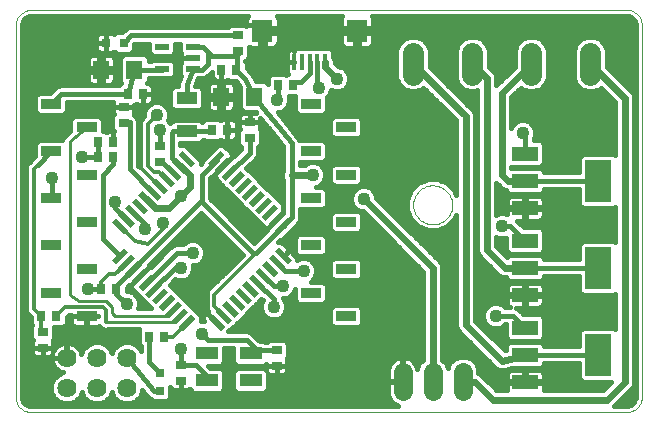
<source format=gtl>
G75*
G70*
%OFA0B0*%
%FSLAX24Y24*%
%IPPOS*%
%LPD*%
%AMOC8*
5,1,8,0,0,1.08239X$1,22.5*
%
%ADD10C,0.0000*%
%ADD11R,0.0276X0.0354*%
%ADD12R,0.0551X0.0630*%
%ADD13R,0.0354X0.0276*%
%ADD14R,0.0315X0.0315*%
%ADD15R,0.0591X0.0197*%
%ADD16R,0.0197X0.0591*%
%ADD17R,0.0748X0.0433*%
%ADD18R,0.0709X0.0394*%
%ADD19R,0.0472X0.0217*%
%ADD20R,0.0138X0.0551*%
%ADD21R,0.0709X0.0748*%
%ADD22R,0.0669X0.0335*%
%ADD23C,0.0640*%
%ADD24R,0.0880X0.0480*%
%ADD25R,0.0866X0.1417*%
%ADD26C,0.0710*%
%ADD27C,0.0640*%
%ADD28C,0.0160*%
%ADD29C,0.0436*%
%ADD30C,0.0120*%
%ADD31C,0.0100*%
%ADD32C,0.0240*%
D10*
X000663Y005094D02*
X020488Y005094D01*
X020530Y005092D01*
X020573Y005093D01*
X020615Y005098D01*
X020657Y005106D01*
X020698Y005118D01*
X020738Y005132D01*
X020776Y005151D01*
X020813Y005172D01*
X020848Y005196D01*
X020881Y005223D01*
X020912Y005253D01*
X020940Y005285D01*
X020965Y005319D01*
X020987Y005355D01*
X021007Y005393D01*
X021023Y005433D01*
X021035Y005473D01*
X021045Y005515D01*
X021051Y005557D01*
X021050Y005557D02*
X021050Y017931D01*
X021051Y017931D02*
X021053Y017973D01*
X021052Y018016D01*
X021047Y018058D01*
X021039Y018099D01*
X021028Y018140D01*
X021013Y018180D01*
X020995Y018218D01*
X020974Y018255D01*
X020950Y018289D01*
X020923Y018322D01*
X020893Y018352D01*
X020862Y018380D01*
X020827Y018405D01*
X020791Y018428D01*
X020754Y018447D01*
X020715Y018463D01*
X020674Y018475D01*
X020633Y018485D01*
X020591Y018491D01*
X020591Y018490D02*
X000660Y018490D01*
X000616Y018484D01*
X000574Y018474D01*
X000532Y018461D01*
X000491Y018445D01*
X000451Y018425D01*
X000414Y018402D01*
X000378Y018376D01*
X000345Y018347D01*
X000315Y018316D01*
X000286Y018282D01*
X000261Y018246D01*
X000239Y018208D01*
X000220Y018168D01*
X000205Y018127D01*
X000193Y018085D01*
X000184Y018042D01*
X000179Y017998D01*
X000178Y017954D01*
X000180Y017910D01*
X000180Y005577D01*
X000182Y005535D01*
X000187Y005493D01*
X000196Y005452D01*
X000209Y005412D01*
X000225Y005373D01*
X000245Y005336D01*
X000267Y005300D01*
X000293Y005267D01*
X000321Y005235D01*
X000353Y005207D01*
X000386Y005181D01*
X000421Y005159D01*
X000459Y005139D01*
X000498Y005123D01*
X000538Y005110D01*
X000579Y005101D01*
X000621Y005096D01*
X000663Y005094D01*
X013430Y011994D02*
X013432Y012044D01*
X013438Y012094D01*
X013448Y012144D01*
X013461Y012192D01*
X013478Y012240D01*
X013499Y012286D01*
X013523Y012330D01*
X013551Y012372D01*
X013582Y012412D01*
X013616Y012449D01*
X013653Y012484D01*
X013692Y012515D01*
X013733Y012544D01*
X013777Y012569D01*
X013823Y012591D01*
X013870Y012609D01*
X013918Y012623D01*
X013967Y012634D01*
X014017Y012641D01*
X014067Y012644D01*
X014118Y012643D01*
X014168Y012638D01*
X014218Y012629D01*
X014266Y012617D01*
X014314Y012600D01*
X014360Y012580D01*
X014405Y012557D01*
X014448Y012530D01*
X014488Y012500D01*
X014526Y012467D01*
X014561Y012431D01*
X014594Y012392D01*
X014623Y012351D01*
X014649Y012308D01*
X014672Y012263D01*
X014691Y012216D01*
X014706Y012168D01*
X014718Y012119D01*
X014726Y012069D01*
X014730Y012019D01*
X014730Y011969D01*
X014726Y011919D01*
X014718Y011869D01*
X014706Y011820D01*
X014691Y011772D01*
X014672Y011725D01*
X014649Y011680D01*
X014623Y011637D01*
X014594Y011596D01*
X014561Y011557D01*
X014526Y011521D01*
X014488Y011488D01*
X014448Y011458D01*
X014405Y011431D01*
X014360Y011408D01*
X014314Y011388D01*
X014266Y011371D01*
X014218Y011359D01*
X014168Y011350D01*
X014118Y011345D01*
X014067Y011344D01*
X014017Y011347D01*
X013967Y011354D01*
X013918Y011365D01*
X013870Y011379D01*
X013823Y011397D01*
X013777Y011419D01*
X013733Y011444D01*
X013692Y011473D01*
X013653Y011504D01*
X013616Y011539D01*
X013582Y011576D01*
X013551Y011616D01*
X013523Y011658D01*
X013499Y011702D01*
X013478Y011748D01*
X013461Y011796D01*
X013448Y011844D01*
X013438Y011894D01*
X013432Y011944D01*
X013430Y011994D01*
D11*
X009436Y015994D03*
X008924Y015994D03*
X007536Y016494D03*
X007024Y016494D03*
X007236Y014494D03*
X006724Y014494D03*
X004436Y015694D03*
X003924Y015694D03*
X003436Y014094D03*
X003436Y013594D03*
X002924Y013594D03*
X002924Y014094D03*
X003024Y009194D03*
X003536Y009194D03*
X004624Y007594D03*
X005136Y007594D03*
X001536Y008294D03*
X001024Y008294D03*
D12*
X007029Y015594D03*
X008131Y015594D03*
X004131Y016494D03*
X003029Y016494D03*
D13*
X003780Y015250D03*
X003780Y014738D03*
X004980Y013950D03*
X004980Y013438D03*
X007980Y014238D03*
X007980Y014750D03*
X007580Y017138D03*
X007580Y017650D03*
X001080Y007750D03*
X001080Y007238D03*
X005680Y006650D03*
X005680Y006138D03*
X008880Y006638D03*
X008880Y007150D03*
D14*
X004980Y006389D03*
X004980Y005799D03*
X003775Y017394D03*
X003185Y017394D03*
D15*
G36*
X006013Y013245D02*
X005596Y013660D01*
X005735Y013799D01*
X006152Y013384D01*
X006013Y013245D01*
G37*
G36*
X005791Y013021D02*
X005374Y013436D01*
X005513Y013575D01*
X005930Y013160D01*
X005791Y013021D01*
G37*
G36*
X005568Y012798D02*
X005151Y013213D01*
X005290Y013352D01*
X005707Y012937D01*
X005568Y012798D01*
G37*
G36*
X005346Y012575D02*
X004929Y012990D01*
X005068Y013129D01*
X005485Y012714D01*
X005346Y012575D01*
G37*
G36*
X005124Y012352D02*
X004707Y012767D01*
X004846Y012906D01*
X005263Y012491D01*
X005124Y012352D01*
G37*
G36*
X004902Y012129D02*
X004485Y012544D01*
X004624Y012683D01*
X005041Y012268D01*
X004902Y012129D01*
G37*
G36*
X004679Y011906D02*
X004262Y012321D01*
X004401Y012460D01*
X004818Y012045D01*
X004679Y011906D01*
G37*
G36*
X004457Y011683D02*
X004040Y012098D01*
X004179Y012237D01*
X004596Y011822D01*
X004457Y011683D01*
G37*
G36*
X004235Y011460D02*
X003818Y011875D01*
X003957Y012014D01*
X004374Y011599D01*
X004235Y011460D01*
G37*
G36*
X004012Y011237D02*
X003595Y011652D01*
X003734Y011791D01*
X004151Y011376D01*
X004012Y011237D01*
G37*
G36*
X003790Y011014D02*
X003373Y011429D01*
X003512Y011568D01*
X003929Y011153D01*
X003790Y011014D01*
G37*
G36*
X007025Y007790D02*
X006608Y008205D01*
X006747Y008344D01*
X007164Y007929D01*
X007025Y007790D01*
G37*
G36*
X007247Y008013D02*
X006830Y008428D01*
X006969Y008567D01*
X007386Y008152D01*
X007247Y008013D01*
G37*
G36*
X007470Y008236D02*
X007053Y008651D01*
X007192Y008790D01*
X007609Y008375D01*
X007470Y008236D01*
G37*
G36*
X007692Y008459D02*
X007275Y008874D01*
X007414Y009013D01*
X007831Y008598D01*
X007692Y008459D01*
G37*
G36*
X007914Y008682D02*
X007497Y009097D01*
X007636Y009236D01*
X008053Y008821D01*
X007914Y008682D01*
G37*
G36*
X008136Y008905D02*
X007719Y009320D01*
X007858Y009459D01*
X008275Y009044D01*
X008136Y008905D01*
G37*
G36*
X008359Y009128D02*
X007942Y009543D01*
X008081Y009682D01*
X008498Y009267D01*
X008359Y009128D01*
G37*
G36*
X008581Y009352D02*
X008164Y009767D01*
X008303Y009906D01*
X008720Y009491D01*
X008581Y009352D01*
G37*
G36*
X008803Y009575D02*
X008386Y009990D01*
X008525Y010129D01*
X008942Y009714D01*
X008803Y009575D01*
G37*
G36*
X009026Y009798D02*
X008609Y010213D01*
X008748Y010352D01*
X009165Y009937D01*
X009026Y009798D01*
G37*
G36*
X009248Y010021D02*
X008831Y010436D01*
X008970Y010575D01*
X009387Y010160D01*
X009248Y010021D01*
G37*
D16*
G36*
X008969Y011022D02*
X008830Y011161D01*
X009245Y011578D01*
X009384Y011439D01*
X008969Y011022D01*
G37*
G36*
X008746Y011244D02*
X008607Y011383D01*
X009022Y011800D01*
X009161Y011661D01*
X008746Y011244D01*
G37*
G36*
X008523Y011467D02*
X008384Y011606D01*
X008799Y012023D01*
X008938Y011884D01*
X008523Y011467D01*
G37*
G36*
X008300Y011689D02*
X008161Y011828D01*
X008576Y012245D01*
X008715Y012106D01*
X008300Y011689D01*
G37*
G36*
X008077Y011911D02*
X007938Y012050D01*
X008353Y012467D01*
X008492Y012328D01*
X008077Y011911D01*
G37*
G36*
X007854Y012134D02*
X007715Y012273D01*
X008130Y012690D01*
X008269Y012551D01*
X007854Y012134D01*
G37*
G36*
X007631Y012356D02*
X007492Y012495D01*
X007907Y012912D01*
X008046Y012773D01*
X007631Y012356D01*
G37*
G36*
X007408Y012578D02*
X007269Y012717D01*
X007684Y013134D01*
X007823Y012995D01*
X007408Y012578D01*
G37*
G36*
X007185Y012801D02*
X007046Y012940D01*
X007461Y013357D01*
X007600Y013218D01*
X007185Y012801D01*
G37*
G36*
X006961Y013023D02*
X006822Y013162D01*
X007237Y013579D01*
X007376Y013440D01*
X006961Y013023D01*
G37*
G36*
X006738Y013245D02*
X006599Y013384D01*
X007014Y013801D01*
X007153Y013662D01*
X006738Y013245D01*
G37*
G36*
X003515Y010010D02*
X003376Y010149D01*
X003791Y010566D01*
X003930Y010427D01*
X003515Y010010D01*
G37*
G36*
X003738Y009788D02*
X003599Y009927D01*
X004014Y010344D01*
X004153Y010205D01*
X003738Y009788D01*
G37*
G36*
X003961Y009566D02*
X003822Y009705D01*
X004237Y010122D01*
X004376Y009983D01*
X003961Y009566D01*
G37*
G36*
X004184Y009343D02*
X004045Y009482D01*
X004460Y009899D01*
X004599Y009760D01*
X004184Y009343D01*
G37*
G36*
X004407Y009121D02*
X004268Y009260D01*
X004683Y009677D01*
X004822Y009538D01*
X004407Y009121D01*
G37*
G36*
X004630Y008899D02*
X004491Y009038D01*
X004906Y009455D01*
X005045Y009316D01*
X004630Y008899D01*
G37*
G36*
X004853Y008676D02*
X004714Y008815D01*
X005129Y009232D01*
X005268Y009093D01*
X004853Y008676D01*
G37*
G36*
X005076Y008454D02*
X004937Y008593D01*
X005352Y009010D01*
X005491Y008871D01*
X005076Y008454D01*
G37*
G36*
X005299Y008232D02*
X005160Y008371D01*
X005575Y008788D01*
X005714Y008649D01*
X005299Y008232D01*
G37*
G36*
X005523Y008009D02*
X005384Y008148D01*
X005799Y008565D01*
X005938Y008426D01*
X005523Y008009D01*
G37*
G36*
X005746Y007787D02*
X005607Y007926D01*
X006022Y008343D01*
X006161Y008204D01*
X005746Y007787D01*
G37*
D17*
X006552Y007047D03*
X006552Y006141D03*
X008008Y006141D03*
X008008Y007047D03*
D18*
X005880Y014443D03*
X005880Y015545D03*
D19*
X006092Y016520D03*
X006092Y016894D03*
X006092Y017268D03*
X005068Y017268D03*
X005068Y016520D03*
D20*
X009468Y016751D03*
X009724Y016751D03*
X009980Y016751D03*
X010236Y016751D03*
X010492Y016751D03*
D21*
X011555Y017794D03*
X008405Y017794D03*
D22*
X010020Y015368D03*
X011201Y014581D03*
X010020Y013793D03*
X011201Y013006D03*
X010020Y012219D03*
X011201Y011431D03*
X010020Y010644D03*
X011201Y009856D03*
X010020Y009069D03*
X011201Y008282D03*
X002540Y008282D03*
X001359Y009069D03*
X002540Y009856D03*
X001359Y010644D03*
X002540Y011431D03*
X001359Y012219D03*
X002540Y013006D03*
X001359Y013793D03*
X002540Y014581D03*
X001359Y015368D03*
D23*
X001880Y006894D03*
X001880Y005894D03*
X002880Y005894D03*
X003880Y005894D03*
X003880Y006894D03*
X002880Y006894D03*
D24*
X017160Y006994D03*
X017160Y007904D03*
X017160Y008984D03*
X017160Y009894D03*
X017160Y010804D03*
X017160Y011884D03*
X017160Y012794D03*
X017160Y013704D03*
X017160Y006084D03*
D25*
X019600Y006994D03*
X019600Y009894D03*
X019600Y012794D03*
D26*
X019333Y016339D02*
X019333Y017049D01*
X017364Y017049D02*
X017364Y016339D01*
X015396Y016339D02*
X015396Y017049D01*
X013427Y017049D02*
X013427Y016339D01*
D27*
X013080Y006414D02*
X013080Y005774D01*
X014080Y005774D02*
X014080Y006414D01*
X015080Y006414D02*
X015080Y005774D01*
D28*
X015600Y006391D02*
X015600Y006518D01*
X015521Y006709D01*
X015375Y006855D01*
X015183Y006934D01*
X014977Y006934D01*
X014785Y006855D01*
X014639Y006709D01*
X014580Y006566D01*
X014521Y006709D01*
X014400Y006830D01*
X014400Y009958D01*
X014351Y010075D01*
X012198Y012229D01*
X012198Y012277D01*
X012134Y012431D01*
X012017Y012549D01*
X011863Y012612D01*
X011697Y012612D01*
X011543Y012549D01*
X011426Y012431D01*
X011362Y012277D01*
X011362Y012111D01*
X011426Y011957D01*
X011543Y011840D01*
X011697Y011776D01*
X011746Y011776D01*
X013760Y009762D01*
X013760Y006830D01*
X013639Y006709D01*
X013567Y006534D01*
X013543Y006606D01*
X013508Y006676D01*
X013461Y006740D01*
X013406Y006796D01*
X013342Y006842D01*
X013272Y006878D01*
X013197Y006902D01*
X013119Y006914D01*
X013100Y006914D01*
X013100Y006114D01*
X013060Y006114D01*
X013060Y006074D01*
X012580Y006074D01*
X012580Y005735D01*
X012592Y005657D01*
X012617Y005582D01*
X012652Y005512D01*
X012699Y005448D01*
X012754Y005393D01*
X012818Y005347D01*
X012888Y005311D01*
X012939Y005294D01*
X000663Y005294D01*
X000608Y005300D01*
X000506Y005342D01*
X000428Y005420D01*
X000385Y005522D01*
X000380Y005577D01*
X000380Y017838D01*
X000387Y017847D01*
X000380Y017920D01*
X000380Y017993D01*
X000379Y017994D01*
X000418Y018118D01*
X000500Y018218D01*
X000615Y018279D01*
X000674Y018290D01*
X007918Y018290D01*
X007907Y018279D01*
X007883Y018238D01*
X007871Y018192D01*
X007871Y017957D01*
X007840Y017988D01*
X007320Y017988D01*
X007262Y017930D01*
X003975Y017930D01*
X003873Y017888D01*
X003737Y017752D01*
X003535Y017752D01*
X003466Y017683D01*
X003453Y017696D01*
X003412Y017719D01*
X003366Y017732D01*
X003185Y017732D01*
X003185Y017394D01*
X003185Y017057D01*
X003366Y017057D01*
X003412Y017069D01*
X003453Y017093D01*
X003466Y017106D01*
X003535Y017037D01*
X004016Y017037D01*
X004133Y017154D01*
X004133Y017356D01*
X004147Y017370D01*
X004632Y017370D01*
X004632Y017077D01*
X004749Y016960D01*
X005387Y016960D01*
X005504Y017077D01*
X005504Y017370D01*
X005656Y017370D01*
X005656Y017077D01*
X005682Y017051D01*
X005676Y017026D01*
X005676Y016894D01*
X005676Y016762D01*
X005454Y016762D01*
X005504Y016711D02*
X005387Y016828D01*
X004749Y016828D01*
X004695Y016774D01*
X004607Y016774D01*
X004607Y016892D01*
X004490Y017009D01*
X003773Y017009D01*
X003656Y016892D01*
X003656Y016096D01*
X003692Y016060D01*
X003606Y015974D01*
X001629Y015974D01*
X001526Y015932D01*
X001330Y015736D01*
X000941Y015736D01*
X000824Y015618D01*
X000824Y015118D01*
X000941Y015001D01*
X001776Y015001D01*
X001893Y015118D01*
X001893Y015414D01*
X003424Y015414D01*
X003423Y015412D01*
X003423Y015250D01*
X003423Y015089D01*
X003435Y015043D01*
X003454Y015010D01*
X003403Y014959D01*
X003403Y014518D01*
X003469Y014451D01*
X003436Y014451D01*
X003436Y014094D01*
X003436Y014094D01*
X003436Y014451D01*
X003274Y014451D01*
X003229Y014439D01*
X003196Y014420D01*
X003145Y014471D01*
X003074Y014471D01*
X003074Y014831D01*
X002957Y014948D01*
X002122Y014948D01*
X002005Y014831D01*
X002005Y014465D01*
X001850Y014338D01*
X001838Y014333D01*
X001812Y014306D01*
X001783Y014283D01*
X001777Y014272D01*
X001768Y014263D01*
X001754Y014228D01*
X001736Y014195D01*
X001735Y014182D01*
X001730Y014171D01*
X001730Y014161D01*
X000941Y014161D01*
X000824Y014044D01*
X000824Y013634D01*
X000687Y013497D01*
X000667Y013449D01*
X000560Y013342D01*
X000520Y013246D01*
X000520Y008487D01*
X000560Y008391D01*
X000633Y008318D01*
X000686Y008264D01*
X000686Y008034D01*
X000726Y007994D01*
X000703Y007971D01*
X000703Y007529D01*
X000754Y007478D01*
X000735Y007446D01*
X000723Y007400D01*
X000723Y007238D01*
X000723Y007077D01*
X000735Y007031D01*
X000759Y006990D01*
X000792Y006956D01*
X000833Y006933D01*
X000879Y006921D01*
X001080Y006921D01*
X001281Y006921D01*
X001327Y006933D01*
X001368Y006956D01*
X001387Y006975D01*
X001380Y006934D01*
X001380Y006903D01*
X001871Y006903D01*
X001871Y006886D01*
X001380Y006886D01*
X001380Y006855D01*
X001392Y006777D01*
X001417Y006702D01*
X001452Y006632D01*
X001499Y006568D01*
X001554Y006513D01*
X001618Y006467D01*
X001688Y006431D01*
X001760Y006407D01*
X001585Y006335D01*
X001439Y006189D01*
X001360Y005998D01*
X001360Y005791D01*
X001439Y005600D01*
X001585Y005453D01*
X001777Y005374D01*
X001983Y005374D01*
X002175Y005453D01*
X002321Y005600D01*
X002380Y005743D01*
X002439Y005600D01*
X002585Y005453D01*
X002777Y005374D01*
X002983Y005374D01*
X003175Y005453D01*
X003321Y005600D01*
X003380Y005743D01*
X003439Y005600D01*
X003585Y005453D01*
X003777Y005374D01*
X003983Y005374D01*
X004175Y005453D01*
X004321Y005600D01*
X004400Y005791D01*
X004400Y005816D01*
X004532Y005654D01*
X004538Y005640D01*
X004567Y005611D01*
X004594Y005579D01*
X004606Y005572D01*
X004617Y005562D01*
X004623Y005559D01*
X004623Y005559D01*
X004740Y005441D01*
X005220Y005441D01*
X005337Y005559D01*
X005337Y005927D01*
X005359Y005890D01*
X005392Y005856D01*
X005433Y005833D01*
X005479Y005821D01*
X005680Y005821D01*
X005881Y005821D01*
X005927Y005833D01*
X005968Y005856D01*
X005978Y005866D01*
X005978Y005842D01*
X006095Y005725D01*
X007009Y005725D01*
X007126Y005842D01*
X007126Y006441D01*
X007009Y006558D01*
X006668Y006558D01*
X006596Y006630D01*
X007009Y006630D01*
X007126Y006748D01*
X007126Y007214D01*
X007434Y007214D01*
X007434Y006748D01*
X007551Y006630D01*
X008465Y006630D01*
X008523Y006688D01*
X008523Y006638D01*
X008523Y006500D01*
X008465Y006558D01*
X007551Y006558D01*
X007434Y006441D01*
X007434Y005842D01*
X007551Y005725D01*
X008465Y005725D01*
X008582Y005842D01*
X008582Y006366D01*
X008592Y006356D01*
X008633Y006333D01*
X008679Y006321D01*
X008880Y006321D01*
X009081Y006321D01*
X009127Y006333D01*
X009168Y006356D01*
X009201Y006390D01*
X009225Y006431D01*
X009237Y006477D01*
X009237Y006638D01*
X008880Y006638D01*
X008880Y006321D01*
X008880Y006638D01*
X008880Y006638D01*
X008880Y006638D01*
X008523Y006638D01*
X008880Y006638D01*
X008880Y006638D01*
X009237Y006638D01*
X009237Y006800D01*
X009225Y006846D01*
X009206Y006878D01*
X009257Y006929D01*
X009257Y007371D01*
X009140Y007488D01*
X008620Y007488D01*
X008562Y007430D01*
X008499Y007430D01*
X008465Y007464D01*
X008307Y007464D01*
X008270Y007500D01*
X008039Y007732D01*
X007936Y007774D01*
X007265Y007774D01*
X007303Y007812D01*
X007331Y007812D01*
X007553Y008035D01*
X007553Y008035D01*
X007776Y008258D01*
X007998Y008481D01*
X008220Y008704D01*
X008220Y008704D01*
X008372Y008857D01*
X008418Y008812D01*
X008362Y008677D01*
X008362Y008511D01*
X008426Y008357D01*
X008543Y008240D01*
X008697Y008176D01*
X008863Y008176D01*
X009017Y008240D01*
X009134Y008357D01*
X009198Y008511D01*
X009198Y008677D01*
X009134Y008831D01*
X009089Y008876D01*
X009163Y008876D01*
X009317Y008940D01*
X009434Y009057D01*
X009486Y009181D01*
X009486Y008819D01*
X009603Y008702D01*
X010438Y008702D01*
X010555Y008819D01*
X010555Y009319D01*
X010438Y009436D01*
X010009Y009436D01*
X010017Y009440D01*
X010134Y009557D01*
X010198Y009711D01*
X010198Y009877D01*
X010134Y010031D01*
X010017Y010149D01*
X009863Y010212D01*
X009697Y010212D01*
X009568Y010159D01*
X009568Y010183D01*
X009555Y010229D01*
X009532Y010270D01*
X009306Y010495D01*
X009109Y010298D01*
X009306Y010495D01*
X009080Y010720D01*
X009039Y010744D01*
X008993Y010756D01*
X008945Y010756D01*
X008935Y010753D01*
X009003Y010822D01*
X009052Y010822D01*
X009586Y011357D01*
X009586Y011404D01*
X009617Y011436D01*
X009660Y011539D01*
X009660Y011851D01*
X010438Y011851D01*
X010555Y011968D01*
X010555Y012469D01*
X010438Y012586D01*
X010187Y012586D01*
X010317Y012640D01*
X010434Y012757D01*
X010498Y012911D01*
X010498Y013077D01*
X010434Y013231D01*
X010317Y013349D01*
X010163Y013412D01*
X009997Y013412D01*
X009843Y013349D01*
X009809Y013314D01*
X009660Y013314D01*
X009660Y013426D01*
X010438Y013426D01*
X010555Y013543D01*
X010555Y014044D01*
X010438Y014161D01*
X009638Y014161D01*
X009633Y014178D01*
X009623Y014190D01*
X009617Y014204D01*
X009596Y014225D01*
X009592Y014236D01*
X009562Y014266D01*
X008909Y015076D01*
X008963Y015076D01*
X009117Y015140D01*
X009234Y015257D01*
X009298Y015411D01*
X009298Y015577D01*
X009282Y015617D01*
X009486Y015617D01*
X009486Y015118D01*
X009603Y015001D01*
X010438Y015001D01*
X010555Y015118D01*
X010555Y015578D01*
X010634Y015657D01*
X010698Y015811D01*
X010698Y015817D01*
X010797Y015776D01*
X010963Y015776D01*
X011117Y015840D01*
X011234Y015957D01*
X011298Y016111D01*
X011298Y016277D01*
X011234Y016431D01*
X011117Y016549D01*
X010963Y016612D01*
X010914Y016612D01*
X010812Y016715D01*
X010812Y016815D01*
X010763Y016932D01*
X010761Y016935D01*
X010761Y017109D01*
X010644Y017227D01*
X009572Y017227D01*
X009552Y017207D01*
X009468Y017207D01*
X009376Y017207D01*
X009330Y017194D01*
X009289Y017171D01*
X009255Y017137D01*
X009232Y017096D01*
X009219Y017050D01*
X009219Y016751D01*
X009455Y016751D01*
X009455Y016751D01*
X009219Y016751D01*
X009219Y016452D01*
X009232Y016406D01*
X009251Y016371D01*
X009215Y016371D01*
X009180Y016336D01*
X009145Y016371D01*
X008703Y016371D01*
X008586Y016254D01*
X008586Y016012D01*
X008490Y016109D01*
X008188Y016109D01*
X008086Y016315D01*
X008069Y016358D01*
X008062Y016364D01*
X008057Y016373D01*
X008022Y016404D01*
X007874Y016552D01*
X007874Y016754D01*
X007837Y016791D01*
X007838Y016801D01*
X007840Y016801D01*
X007957Y016918D01*
X007957Y017266D01*
X007981Y017252D01*
X008027Y017240D01*
X008325Y017240D01*
X008325Y017714D01*
X008485Y017714D01*
X008485Y017240D01*
X008783Y017240D01*
X008829Y017252D01*
X008870Y017276D01*
X008904Y017310D01*
X008927Y017351D01*
X008940Y017397D01*
X008940Y017714D01*
X008485Y017714D01*
X008485Y017874D01*
X008940Y017874D01*
X008940Y018192D01*
X008927Y018238D01*
X008904Y018279D01*
X008892Y018290D01*
X011068Y018290D01*
X011056Y018279D01*
X011033Y018238D01*
X011020Y018192D01*
X011020Y017874D01*
X011475Y017874D01*
X011475Y017714D01*
X011635Y017714D01*
X011635Y017874D01*
X012089Y017874D01*
X012089Y018192D01*
X012077Y018238D01*
X012053Y018279D01*
X012042Y018290D01*
X020576Y018290D01*
X020631Y018279D01*
X020738Y018222D01*
X020816Y018128D01*
X020850Y018014D01*
X020850Y018014D01*
X020850Y017941D01*
X020843Y017868D01*
X020850Y017859D01*
X020850Y005571D01*
X020839Y005516D01*
X020781Y005407D01*
X020686Y005329D01*
X020571Y005294D01*
X020570Y005294D01*
X020497Y005294D01*
X020425Y005301D01*
X020416Y005294D01*
X020133Y005294D01*
X020751Y005913D01*
X020800Y006031D01*
X020800Y015611D01*
X020751Y015728D01*
X019888Y016592D01*
X019888Y017160D01*
X019803Y017364D01*
X019647Y017520D01*
X019443Y017604D01*
X019222Y017604D01*
X019018Y017520D01*
X018862Y017364D01*
X018778Y017160D01*
X018778Y016229D01*
X018862Y016025D01*
X019018Y015869D01*
X019222Y015784D01*
X019443Y015784D01*
X019647Y015869D01*
X019676Y015898D01*
X020160Y015414D01*
X020160Y013659D01*
X020116Y013703D01*
X019084Y013703D01*
X018967Y013586D01*
X018967Y013074D01*
X017800Y013074D01*
X017800Y013117D01*
X017683Y013234D01*
X016700Y013234D01*
X016700Y013264D01*
X017683Y013264D01*
X017800Y013381D01*
X017800Y014027D01*
X017683Y014144D01*
X017440Y014144D01*
X017440Y014171D01*
X017498Y014311D01*
X017498Y014477D01*
X017434Y014631D01*
X017317Y014749D01*
X017163Y014812D01*
X016997Y014812D01*
X016843Y014749D01*
X016726Y014631D01*
X016700Y014569D01*
X016700Y015577D01*
X017021Y015898D01*
X017050Y015869D01*
X017254Y015784D01*
X017475Y015784D01*
X017679Y015869D01*
X017835Y016025D01*
X017919Y016229D01*
X017919Y017160D01*
X017835Y017364D01*
X017679Y017520D01*
X017475Y017604D01*
X017254Y017604D01*
X017050Y017520D01*
X016894Y017364D01*
X016809Y017160D01*
X016809Y016592D01*
X016200Y015983D01*
X016200Y016274D01*
X016151Y016391D01*
X015951Y016592D01*
X015951Y017160D01*
X015866Y017364D01*
X015710Y017520D01*
X015506Y017604D01*
X015285Y017604D01*
X015081Y017520D01*
X014925Y017364D01*
X014841Y017160D01*
X014841Y016229D01*
X014925Y016025D01*
X015081Y015869D01*
X015285Y015784D01*
X015506Y015784D01*
X015560Y015807D01*
X015560Y010431D01*
X015609Y010313D01*
X015699Y010223D01*
X016299Y009623D01*
X016416Y009574D01*
X016520Y009574D01*
X016520Y009571D01*
X016637Y009454D01*
X017683Y009454D01*
X017800Y009571D01*
X017800Y009614D01*
X018967Y009614D01*
X018967Y009103D01*
X019084Y008986D01*
X020116Y008986D01*
X020160Y009030D01*
X020160Y007859D01*
X020116Y007903D01*
X019084Y007903D01*
X018967Y007786D01*
X018967Y007274D01*
X017800Y007274D01*
X017800Y007317D01*
X017683Y007434D01*
X016637Y007434D01*
X016520Y007317D01*
X016520Y007160D01*
X016477Y007150D01*
X015500Y008127D01*
X015500Y015005D01*
X015451Y015123D01*
X013982Y016592D01*
X013982Y017160D01*
X013898Y017364D01*
X013742Y017520D01*
X013538Y017604D01*
X013317Y017604D01*
X013113Y017520D01*
X012957Y017364D01*
X012872Y017160D01*
X012872Y016229D01*
X012957Y016025D01*
X013113Y015869D01*
X013317Y015784D01*
X013538Y015784D01*
X013742Y015869D01*
X013771Y015898D01*
X014860Y014809D01*
X014860Y012332D01*
X014801Y012476D01*
X014561Y012715D01*
X014249Y012844D01*
X013911Y012844D01*
X013599Y012715D01*
X013359Y012476D01*
X013230Y012163D01*
X013230Y011825D01*
X013359Y011513D01*
X013599Y011274D01*
X013911Y011144D01*
X014249Y011144D01*
X014561Y011274D01*
X014801Y011513D01*
X014860Y011656D01*
X014860Y007931D01*
X014909Y007813D01*
X014999Y007723D01*
X016138Y006584D01*
X016162Y006551D01*
X016182Y006539D01*
X016199Y006523D01*
X016237Y006507D01*
X016272Y006486D01*
X016295Y006483D01*
X016316Y006474D01*
X016357Y006474D01*
X016398Y006468D01*
X016420Y006474D01*
X016444Y006474D01*
X016481Y006490D01*
X016732Y006554D01*
X017683Y006554D01*
X017800Y006671D01*
X017800Y006714D01*
X018967Y006714D01*
X018967Y006203D01*
X019084Y006086D01*
X020019Y006086D01*
X019747Y005814D01*
X017778Y005814D01*
X017780Y005821D01*
X017780Y006044D01*
X017200Y006044D01*
X017200Y006124D01*
X017780Y006124D01*
X017780Y006348D01*
X017768Y006394D01*
X017744Y006435D01*
X017710Y006468D01*
X017669Y006492D01*
X017624Y006504D01*
X017200Y006504D01*
X017200Y006124D01*
X017120Y006124D01*
X017120Y006044D01*
X016540Y006044D01*
X016540Y005821D01*
X016542Y005814D01*
X016213Y005814D01*
X015661Y006366D01*
X015600Y006391D01*
X015600Y006459D02*
X016600Y006459D01*
X016609Y006468D02*
X016576Y006435D01*
X016552Y006394D01*
X016540Y006348D01*
X016540Y006124D01*
X017120Y006124D01*
X017120Y006504D01*
X016696Y006504D01*
X016650Y006492D01*
X016609Y006468D01*
X016540Y006301D02*
X015726Y006301D01*
X015885Y006142D02*
X016540Y006142D01*
X016540Y005984D02*
X016043Y005984D01*
X016202Y005825D02*
X016540Y005825D01*
X017120Y006142D02*
X017200Y006142D01*
X017200Y006301D02*
X017120Y006301D01*
X017120Y006459D02*
X017200Y006459D01*
X017720Y006459D02*
X018967Y006459D01*
X018967Y006301D02*
X017780Y006301D01*
X017780Y006142D02*
X019027Y006142D01*
X018967Y006618D02*
X017746Y006618D01*
X017160Y006994D02*
X019600Y006994D01*
X018967Y007410D02*
X017707Y007410D01*
X017683Y007464D02*
X017800Y007581D01*
X017800Y008227D01*
X017683Y008344D01*
X017116Y008344D01*
X016928Y008532D01*
X016849Y008564D01*
X017120Y008564D01*
X017120Y008944D01*
X017200Y008944D01*
X017200Y008564D01*
X017624Y008564D01*
X017669Y008577D01*
X017710Y008600D01*
X017744Y008634D01*
X017768Y008675D01*
X017780Y008721D01*
X017780Y008944D01*
X017200Y008944D01*
X017200Y009024D01*
X017780Y009024D01*
X017780Y009248D01*
X017768Y009294D01*
X017744Y009335D01*
X017710Y009368D01*
X017669Y009392D01*
X017624Y009404D01*
X017200Y009404D01*
X017200Y009024D01*
X017120Y009024D01*
X017120Y008944D01*
X016540Y008944D01*
X016540Y008721D01*
X016552Y008675D01*
X016576Y008634D01*
X016609Y008600D01*
X016650Y008577D01*
X016660Y008574D01*
X016491Y008574D01*
X016417Y008649D01*
X016263Y008712D01*
X016097Y008712D01*
X015943Y008649D01*
X015826Y008531D01*
X015762Y008377D01*
X015762Y008211D01*
X015826Y008057D01*
X015943Y007940D01*
X016097Y007876D01*
X016263Y007876D01*
X016417Y007940D01*
X016491Y008014D01*
X016520Y008014D01*
X016520Y007581D01*
X016637Y007464D01*
X017683Y007464D01*
X017787Y007569D02*
X018967Y007569D01*
X018967Y007727D02*
X017800Y007727D01*
X017800Y007886D02*
X019067Y007886D01*
X020133Y007886D02*
X020160Y007886D01*
X020160Y008044D02*
X017800Y008044D01*
X017800Y008203D02*
X020160Y008203D01*
X020160Y008361D02*
X017099Y008361D01*
X016940Y008520D02*
X020160Y008520D01*
X020160Y008678D02*
X017769Y008678D01*
X017780Y008837D02*
X020160Y008837D01*
X020160Y008995D02*
X020126Y008995D01*
X020800Y008995D02*
X020850Y008995D01*
X020850Y008837D02*
X020800Y008837D01*
X020800Y008678D02*
X020850Y008678D01*
X020850Y008520D02*
X020800Y008520D01*
X020800Y008361D02*
X020850Y008361D01*
X020850Y008203D02*
X020800Y008203D01*
X020800Y008044D02*
X020850Y008044D01*
X020850Y007886D02*
X020800Y007886D01*
X020800Y007727D02*
X020850Y007727D01*
X020850Y007569D02*
X020800Y007569D01*
X020800Y007410D02*
X020850Y007410D01*
X020850Y007252D02*
X020800Y007252D01*
X020800Y007093D02*
X020850Y007093D01*
X020850Y006935D02*
X020800Y006935D01*
X020800Y006776D02*
X020850Y006776D01*
X020850Y006618D02*
X020800Y006618D01*
X020800Y006459D02*
X020850Y006459D01*
X020850Y006301D02*
X020800Y006301D01*
X020800Y006142D02*
X020850Y006142D01*
X020850Y005984D02*
X020781Y005984D01*
X020850Y005825D02*
X020664Y005825D01*
X020505Y005667D02*
X020850Y005667D01*
X020835Y005508D02*
X020347Y005508D01*
X020188Y005350D02*
X020711Y005350D01*
X019917Y005984D02*
X017780Y005984D01*
X017780Y005825D02*
X019758Y005825D01*
X017160Y007904D02*
X016770Y008294D01*
X016180Y008294D01*
X016015Y008678D02*
X015500Y008678D01*
X015500Y008520D02*
X015821Y008520D01*
X015762Y008361D02*
X015500Y008361D01*
X015500Y008203D02*
X015765Y008203D01*
X015839Y008044D02*
X015583Y008044D01*
X015741Y007886D02*
X016074Y007886D01*
X016286Y007886D02*
X016520Y007886D01*
X016520Y007727D02*
X015900Y007727D01*
X016058Y007569D02*
X016532Y007569D01*
X016613Y007410D02*
X016217Y007410D01*
X016375Y007252D02*
X016520Y007252D01*
X015945Y006776D02*
X015453Y006776D01*
X015559Y006618D02*
X016104Y006618D01*
X015787Y006935D02*
X014400Y006935D01*
X014400Y007093D02*
X015628Y007093D01*
X015470Y007252D02*
X014400Y007252D01*
X014400Y007410D02*
X015311Y007410D01*
X015153Y007569D02*
X014400Y007569D01*
X014400Y007727D02*
X014994Y007727D01*
X014879Y007886D02*
X014400Y007886D01*
X014400Y008044D02*
X014860Y008044D01*
X014860Y008203D02*
X014400Y008203D01*
X014400Y008361D02*
X014860Y008361D01*
X014860Y008520D02*
X014400Y008520D01*
X014400Y008678D02*
X014860Y008678D01*
X014860Y008837D02*
X014400Y008837D01*
X014400Y008995D02*
X014860Y008995D01*
X014860Y009154D02*
X014400Y009154D01*
X014400Y009312D02*
X014860Y009312D01*
X014860Y009471D02*
X014400Y009471D01*
X014400Y009629D02*
X014860Y009629D01*
X014860Y009788D02*
X014400Y009788D01*
X014400Y009946D02*
X014860Y009946D01*
X014860Y010105D02*
X014322Y010105D01*
X014164Y010263D02*
X014860Y010263D01*
X014860Y010422D02*
X014005Y010422D01*
X013847Y010580D02*
X014860Y010580D01*
X014860Y010739D02*
X013688Y010739D01*
X013530Y010897D02*
X014860Y010897D01*
X014860Y011056D02*
X013371Y011056D01*
X013213Y011214D02*
X013742Y011214D01*
X013499Y011373D02*
X013054Y011373D01*
X012896Y011531D02*
X013352Y011531D01*
X013286Y011690D02*
X012737Y011690D01*
X012579Y011848D02*
X013230Y011848D01*
X013230Y012007D02*
X012420Y012007D01*
X012262Y012165D02*
X013231Y012165D01*
X013296Y012324D02*
X012179Y012324D01*
X012083Y012482D02*
X013366Y012482D01*
X013524Y012641D02*
X011621Y012641D01*
X011619Y012639D02*
X011736Y012756D01*
X011736Y013256D01*
X011619Y013373D01*
X010784Y013373D01*
X010667Y013256D01*
X010667Y012756D01*
X010784Y012639D01*
X011619Y012639D01*
X011736Y012799D02*
X013802Y012799D01*
X014358Y012799D02*
X014860Y012799D01*
X014860Y012641D02*
X014636Y012641D01*
X014794Y012482D02*
X014860Y012482D01*
X014860Y012958D02*
X011736Y012958D01*
X011736Y013116D02*
X014860Y013116D01*
X014860Y013275D02*
X011717Y013275D01*
X011477Y012482D02*
X010541Y012482D01*
X010555Y012324D02*
X011381Y012324D01*
X011362Y012165D02*
X010555Y012165D01*
X010555Y012007D02*
X011405Y012007D01*
X011535Y011848D02*
X009660Y011848D01*
X009660Y011690D02*
X010675Y011690D01*
X010667Y011681D02*
X010667Y011181D01*
X010784Y011064D01*
X011619Y011064D01*
X011736Y011181D01*
X011736Y011681D01*
X011619Y011799D01*
X010784Y011799D01*
X010667Y011681D01*
X010667Y011531D02*
X009657Y011531D01*
X009586Y011373D02*
X010667Y011373D01*
X010667Y011214D02*
X009443Y011214D01*
X009285Y011056D02*
X012466Y011056D01*
X012307Y011214D02*
X011736Y011214D01*
X011736Y011373D02*
X012149Y011373D01*
X011990Y011531D02*
X011736Y011531D01*
X011728Y011690D02*
X011832Y011690D01*
X012624Y010897D02*
X010552Y010897D01*
X010555Y010894D02*
X010438Y011011D01*
X009603Y011011D01*
X009486Y010894D01*
X009486Y010394D01*
X009603Y010277D01*
X010438Y010277D01*
X010555Y010394D01*
X010555Y010894D01*
X010555Y010739D02*
X012783Y010739D01*
X012941Y010580D02*
X010555Y010580D01*
X010555Y010422D02*
X013100Y010422D01*
X013258Y010263D02*
X009535Y010263D01*
X009486Y010422D02*
X009379Y010422D01*
X009233Y010422D02*
X009233Y010422D01*
X009220Y010580D02*
X009486Y010580D01*
X009486Y010739D02*
X009048Y010739D01*
X009127Y010897D02*
X009489Y010897D01*
X009107Y011300D02*
X009107Y011322D01*
X009380Y011594D01*
X009380Y012994D01*
X009380Y014045D01*
X008131Y015594D01*
X007831Y016199D01*
X007536Y016494D01*
X007580Y017138D01*
X007477Y016947D01*
X006727Y016947D01*
X006580Y017094D01*
X006580Y016694D01*
X006380Y016494D01*
X006118Y016494D01*
X006092Y016520D01*
X005880Y016008D01*
X005880Y015545D01*
X006160Y015942D02*
X006160Y015953D01*
X006267Y016212D01*
X006411Y016212D01*
X006413Y016214D01*
X006436Y016214D01*
X006539Y016257D01*
X006617Y016336D01*
X006706Y016425D01*
X006706Y016293D01*
X006719Y016248D01*
X006742Y016207D01*
X006776Y016173D01*
X006817Y016149D01*
X006863Y016137D01*
X007024Y016137D01*
X007024Y016494D01*
X007024Y016494D01*
X007024Y016137D01*
X007186Y016137D01*
X007231Y016149D01*
X007264Y016168D01*
X007315Y016117D01*
X007517Y016117D01*
X007601Y016033D01*
X007656Y015923D01*
X007656Y015196D01*
X007773Y015079D01*
X008187Y015079D01*
X008200Y015063D01*
X008181Y015068D01*
X007980Y015068D01*
X007779Y015068D01*
X007733Y015056D01*
X007692Y015032D01*
X007659Y014998D01*
X007635Y014957D01*
X007623Y014912D01*
X007623Y014750D01*
X007623Y014589D01*
X007635Y014543D01*
X007654Y014510D01*
X007603Y014459D01*
X007603Y014018D01*
X007701Y013919D01*
X007702Y013854D01*
X007460Y013612D01*
X007435Y013638D01*
X007354Y013718D01*
X007354Y013746D01*
X007098Y014002D01*
X006932Y014002D01*
X006398Y013466D01*
X006398Y013408D01*
X006353Y013363D01*
X006353Y013466D01*
X005817Y014000D01*
X005660Y014000D01*
X005660Y014046D01*
X006317Y014046D01*
X006434Y014163D01*
X006457Y014163D01*
X006503Y014117D01*
X006945Y014117D01*
X006996Y014168D01*
X007029Y014149D01*
X007074Y014137D01*
X007236Y014137D01*
X007397Y014137D01*
X007443Y014149D01*
X007484Y014173D01*
X007518Y014207D01*
X007541Y014248D01*
X007554Y014293D01*
X007554Y014494D01*
X007236Y014494D01*
X007236Y014137D01*
X007236Y014494D01*
X007236Y014494D01*
X007236Y014494D01*
X007554Y014494D01*
X007554Y014695D01*
X007541Y014741D01*
X007518Y014782D01*
X007484Y014815D01*
X007443Y014839D01*
X007397Y014851D01*
X007236Y014851D01*
X007236Y014494D01*
X007236Y014494D01*
X007236Y014851D01*
X007074Y014851D01*
X007029Y014839D01*
X006996Y014820D01*
X006945Y014871D01*
X006503Y014871D01*
X006395Y014762D01*
X006317Y014840D01*
X005443Y014840D01*
X005334Y014731D01*
X005256Y014809D01*
X005298Y014911D01*
X005298Y015077D01*
X005234Y015231D01*
X005117Y015349D01*
X004963Y015412D01*
X004797Y015412D01*
X004643Y015349D01*
X004526Y015231D01*
X004462Y015077D01*
X004462Y014944D01*
X004433Y014915D01*
X004360Y014842D01*
X004320Y014746D01*
X004320Y013245D01*
X004260Y013305D01*
X004260Y014703D01*
X004263Y014711D01*
X004260Y014758D01*
X004260Y014794D01*
X004258Y014800D01*
X004256Y014822D01*
X004208Y014922D01*
X004124Y014996D01*
X004117Y014999D01*
X004106Y015010D01*
X004125Y015043D01*
X004137Y015089D01*
X004137Y015250D01*
X003780Y015250D01*
X003423Y015250D01*
X003780Y015250D01*
X003780Y015250D01*
X003780Y015250D01*
X004137Y015250D01*
X004137Y015317D01*
X004145Y015317D01*
X004196Y015368D01*
X004229Y015349D01*
X004274Y015337D01*
X004436Y015337D01*
X004597Y015337D01*
X004643Y015349D01*
X004684Y015373D01*
X004718Y015407D01*
X004741Y015448D01*
X004754Y015493D01*
X004754Y015694D01*
X004436Y015694D01*
X004436Y015337D01*
X004436Y015694D01*
X004436Y015694D01*
X004436Y015694D01*
X004754Y015694D01*
X004754Y015895D01*
X004741Y015941D01*
X004718Y015982D01*
X004684Y016015D01*
X004643Y016039D01*
X004597Y016051D01*
X004562Y016051D01*
X004607Y016096D01*
X004607Y016214D01*
X004747Y016214D01*
X004749Y016212D01*
X005387Y016212D01*
X005504Y016329D01*
X005504Y016711D01*
X005504Y016603D02*
X005656Y016603D01*
X005656Y016711D02*
X005656Y016329D01*
X005694Y016291D01*
X005622Y016118D01*
X005600Y016064D01*
X005600Y016064D01*
X005600Y016064D01*
X005600Y016008D01*
X005600Y015942D01*
X005443Y015942D01*
X005326Y015825D01*
X005326Y015266D01*
X005443Y015149D01*
X006317Y015149D01*
X006434Y015266D01*
X006434Y015825D01*
X006317Y015942D01*
X006160Y015942D01*
X006167Y015969D02*
X006583Y015969D01*
X006585Y015979D02*
X006573Y015933D01*
X006573Y015652D01*
X006971Y015652D01*
X006971Y015536D01*
X007087Y015536D01*
X007087Y015652D01*
X007484Y015652D01*
X007484Y015933D01*
X007472Y015979D01*
X007448Y016020D01*
X007415Y016053D01*
X007374Y016077D01*
X007328Y016089D01*
X007087Y016089D01*
X007087Y015652D01*
X006971Y015652D01*
X006971Y016089D01*
X006730Y016089D01*
X006684Y016077D01*
X006643Y016053D01*
X006609Y016020D01*
X006585Y015979D01*
X006573Y015811D02*
X006434Y015811D01*
X006434Y015652D02*
X006573Y015652D01*
X006573Y015536D02*
X006573Y015256D01*
X006585Y015210D01*
X006609Y015169D01*
X006643Y015135D01*
X006684Y015112D01*
X006730Y015099D01*
X006971Y015099D01*
X006971Y015536D01*
X006573Y015536D01*
X006573Y015494D02*
X006434Y015494D01*
X006434Y015335D02*
X006573Y015335D01*
X006605Y015177D02*
X006345Y015177D01*
X006492Y014860D02*
X005277Y014860D01*
X005298Y015018D02*
X007679Y015018D01*
X007675Y015177D02*
X007453Y015177D01*
X007448Y015169D02*
X007472Y015210D01*
X007484Y015256D01*
X007484Y015536D01*
X007087Y015536D01*
X007087Y015099D01*
X007328Y015099D01*
X007374Y015112D01*
X007415Y015135D01*
X007448Y015169D01*
X007484Y015335D02*
X007656Y015335D01*
X007656Y015494D02*
X007484Y015494D01*
X007484Y015652D02*
X007656Y015652D01*
X007656Y015811D02*
X007484Y015811D01*
X007475Y015969D02*
X007633Y015969D01*
X007305Y016128D02*
X006232Y016128D01*
X006568Y016286D02*
X006708Y016286D01*
X006971Y015969D02*
X007087Y015969D01*
X007087Y015811D02*
X006971Y015811D01*
X006971Y015652D02*
X007087Y015652D01*
X007087Y015494D02*
X006971Y015494D01*
X006971Y015335D02*
X007087Y015335D01*
X007087Y015177D02*
X006971Y015177D01*
X006956Y014860D02*
X007623Y014860D01*
X007623Y014750D02*
X007980Y014750D01*
X007623Y014750D01*
X007623Y014701D02*
X007552Y014701D01*
X007554Y014543D02*
X007635Y014543D01*
X007603Y014384D02*
X007554Y014384D01*
X007529Y014226D02*
X007603Y014226D01*
X007603Y014067D02*
X006338Y014067D01*
X006067Y013750D02*
X006681Y013750D01*
X006523Y013592D02*
X006226Y013592D01*
X006353Y013433D02*
X006398Y013433D01*
X006380Y012994D02*
X006876Y013491D01*
X006876Y013523D01*
X007099Y013301D02*
X007435Y013638D01*
X007099Y013301D01*
X007099Y013301D01*
X006764Y012964D01*
X006844Y012884D01*
X006845Y012856D01*
X007068Y012633D01*
X007291Y012411D01*
X007514Y012189D01*
X007514Y012189D01*
X007737Y011966D01*
X007960Y011744D01*
X008183Y011522D01*
X008183Y011522D01*
X008440Y011266D01*
X008468Y011266D01*
X008549Y011186D01*
X008884Y011522D01*
X008549Y011186D01*
X008562Y011172D01*
X008130Y010740D01*
X006660Y012210D01*
X006660Y012878D01*
X006755Y012973D01*
X006764Y012964D01*
X007099Y013301D01*
X007099Y013301D01*
X007073Y013275D02*
X007073Y013275D01*
X006915Y013116D02*
X006915Y013116D01*
X006771Y012958D02*
X006740Y012958D01*
X006660Y012799D02*
X006901Y012799D01*
X007060Y012641D02*
X006660Y012641D01*
X006660Y012482D02*
X007219Y012482D01*
X007291Y012411D02*
X007291Y012411D01*
X007378Y012324D02*
X006660Y012324D01*
X006705Y012165D02*
X007537Y012165D01*
X007697Y012007D02*
X006863Y012007D01*
X007022Y011848D02*
X007856Y011848D01*
X007960Y011744D02*
X007960Y011744D01*
X008015Y011690D02*
X007180Y011690D01*
X007339Y011531D02*
X008174Y011531D01*
X008333Y011373D02*
X007497Y011373D01*
X007656Y011214D02*
X008520Y011214D01*
X008577Y011214D02*
X008577Y011214D01*
X008446Y011056D02*
X007814Y011056D01*
X007973Y010897D02*
X008287Y010897D01*
X008180Y010394D02*
X008080Y010394D01*
X006380Y012094D01*
X006380Y012094D01*
X006365Y012110D01*
X006380Y012125D01*
X006380Y012994D01*
X007068Y012633D02*
X007068Y012633D01*
X007323Y013079D02*
X007982Y013738D01*
X007980Y014238D01*
X008357Y014226D02*
X008875Y014226D01*
X008747Y014384D02*
X008357Y014384D01*
X008357Y014459D02*
X008306Y014510D01*
X008325Y014543D01*
X008337Y014589D01*
X008337Y014750D01*
X007980Y014750D01*
X007980Y014750D01*
X007980Y014750D01*
X008337Y014750D01*
X008337Y014893D01*
X009100Y013947D01*
X009100Y013154D01*
X009060Y013058D01*
X009060Y012931D01*
X009100Y012834D01*
X009100Y012007D01*
X009100Y012007D01*
X008916Y012190D01*
X008693Y012412D01*
X008693Y012412D01*
X008470Y012635D01*
X008247Y012857D01*
X008024Y013079D01*
X008024Y013079D01*
X007871Y013231D01*
X008141Y013501D01*
X008142Y013502D01*
X008181Y013541D01*
X008220Y013580D01*
X008220Y013581D01*
X008241Y013632D01*
X008262Y013683D01*
X008262Y013684D01*
X008262Y013739D01*
X008262Y013794D01*
X008262Y013795D01*
X008261Y013922D01*
X008357Y014018D01*
X008357Y014459D01*
X008325Y014543D02*
X008619Y014543D01*
X008492Y014701D02*
X008337Y014701D01*
X008337Y014860D02*
X008364Y014860D01*
X007980Y014860D02*
X007980Y014860D01*
X007980Y014750D02*
X007980Y015068D01*
X007980Y014750D01*
X007980Y014750D01*
X007980Y015018D02*
X007980Y015018D01*
X007236Y014701D02*
X007236Y014701D01*
X007236Y014543D02*
X007236Y014543D01*
X007236Y014384D02*
X007236Y014384D01*
X007236Y014226D02*
X007236Y014226D01*
X007191Y013909D02*
X007701Y013909D01*
X007598Y013750D02*
X007350Y013750D01*
X007389Y013592D02*
X007389Y013592D01*
X007231Y013433D02*
X007231Y013433D01*
X006839Y013909D02*
X005908Y013909D01*
X005380Y013570D02*
X005380Y014394D01*
X005429Y014443D01*
X005880Y014443D01*
X006673Y014443D01*
X006724Y014494D01*
X005415Y015177D02*
X005257Y015177D01*
X005326Y015335D02*
X005130Y015335D01*
X005326Y015494D02*
X004754Y015494D01*
X004754Y015652D02*
X005326Y015652D01*
X005326Y015811D02*
X004754Y015811D01*
X004725Y015969D02*
X005600Y015969D01*
X005626Y016128D02*
X004607Y016128D01*
X005042Y016494D02*
X005068Y016520D01*
X005042Y016494D02*
X004131Y016494D01*
X004124Y016487D01*
X003924Y015694D01*
X001685Y015694D01*
X001359Y015368D01*
X001405Y015811D02*
X000380Y015811D01*
X000380Y015969D02*
X001617Y015969D01*
X000858Y015652D02*
X000380Y015652D01*
X000380Y015494D02*
X000824Y015494D01*
X000824Y015335D02*
X000380Y015335D01*
X000380Y015177D02*
X000824Y015177D01*
X000924Y015018D02*
X000380Y015018D01*
X000380Y014860D02*
X002034Y014860D01*
X002005Y014701D02*
X000380Y014701D01*
X000380Y014543D02*
X002005Y014543D01*
X001907Y014384D02*
X000380Y014384D01*
X000380Y014226D02*
X001753Y014226D01*
X001359Y013793D02*
X001220Y013654D01*
X001160Y013594D01*
X001080Y013494D01*
X000924Y013338D01*
X000651Y013433D02*
X000380Y013433D01*
X000380Y013275D02*
X000532Y013275D01*
X000520Y013116D02*
X000380Y013116D01*
X000380Y012958D02*
X000520Y012958D01*
X000520Y012799D02*
X000380Y012799D01*
X000380Y012641D02*
X000520Y012641D01*
X000520Y012482D02*
X000380Y012482D01*
X000380Y012324D02*
X000520Y012324D01*
X000520Y012165D02*
X000380Y012165D01*
X000380Y012007D02*
X000520Y012007D01*
X000520Y011848D02*
X000380Y011848D01*
X000380Y011690D02*
X000520Y011690D01*
X000520Y011531D02*
X000380Y011531D01*
X000380Y011373D02*
X000520Y011373D01*
X000520Y011214D02*
X000380Y011214D01*
X000380Y011056D02*
X000520Y011056D01*
X000520Y010897D02*
X000380Y010897D01*
X000380Y010739D02*
X000520Y010739D01*
X000520Y010580D02*
X000380Y010580D01*
X000380Y010422D02*
X000520Y010422D01*
X000520Y010263D02*
X000380Y010263D01*
X000380Y010105D02*
X000520Y010105D01*
X000520Y009946D02*
X000380Y009946D01*
X000380Y009788D02*
X000520Y009788D01*
X000520Y009629D02*
X000380Y009629D01*
X000380Y009471D02*
X000520Y009471D01*
X000520Y009312D02*
X000380Y009312D01*
X000380Y009154D02*
X000520Y009154D01*
X000520Y008995D02*
X000380Y008995D01*
X000380Y008837D02*
X000520Y008837D01*
X000520Y008678D02*
X000380Y008678D01*
X000380Y008520D02*
X000520Y008520D01*
X000589Y008361D02*
X000380Y008361D01*
X000380Y008203D02*
X000686Y008203D01*
X000686Y008044D02*
X000380Y008044D01*
X000380Y007886D02*
X000703Y007886D01*
X000703Y007727D02*
X000380Y007727D01*
X000380Y007569D02*
X000703Y007569D01*
X000726Y007410D02*
X000380Y007410D01*
X000380Y007252D02*
X000723Y007252D01*
X000723Y007238D02*
X001080Y007238D01*
X001080Y006921D01*
X001080Y007238D01*
X001080Y007238D01*
X000723Y007238D01*
X000723Y007093D02*
X000380Y007093D01*
X000380Y006935D02*
X000830Y006935D01*
X001080Y006935D02*
X001080Y006935D01*
X001080Y007093D02*
X001080Y007093D01*
X001080Y007238D02*
X001080Y007238D01*
X001080Y007238D01*
X001437Y007238D01*
X001437Y007126D01*
X001452Y007156D01*
X001499Y007220D01*
X001554Y007276D01*
X001618Y007322D01*
X001688Y007358D01*
X001763Y007382D01*
X001841Y007394D01*
X001871Y007394D01*
X001871Y006903D01*
X001889Y006903D01*
X001889Y007394D01*
X001919Y007394D01*
X001997Y007382D01*
X002072Y007358D01*
X002142Y007322D01*
X002206Y007276D01*
X002261Y007220D01*
X002308Y007156D01*
X002343Y007086D01*
X002367Y007014D01*
X002439Y007189D01*
X002585Y007335D01*
X002777Y007414D01*
X002983Y007414D01*
X003175Y007335D01*
X003321Y007189D01*
X003380Y007046D01*
X003439Y007189D01*
X003585Y007335D01*
X003777Y007414D01*
X003983Y007414D01*
X004175Y007335D01*
X004321Y007189D01*
X004344Y007133D01*
X004344Y007276D01*
X004286Y007334D01*
X004286Y007844D01*
X003256Y007844D01*
X003232Y007834D01*
X003128Y007834D01*
X003033Y007874D01*
X002960Y007947D01*
X002957Y007954D01*
X002944Y007947D01*
X002898Y007934D01*
X002544Y007934D01*
X002544Y008278D01*
X002920Y008278D01*
X002920Y008285D01*
X002544Y008285D01*
X002544Y008278D01*
X002536Y008278D01*
X002025Y008278D01*
X002025Y008091D01*
X002037Y008045D01*
X002061Y008004D01*
X002095Y007970D01*
X002136Y007947D01*
X002181Y007934D01*
X002536Y007934D01*
X002536Y008278D01*
X002536Y008285D01*
X002025Y008285D01*
X002025Y008334D01*
X001944Y008334D01*
X001874Y008264D01*
X001874Y008034D01*
X001757Y007917D01*
X001457Y007917D01*
X001457Y007529D01*
X001406Y007478D01*
X001425Y007446D01*
X001437Y007400D01*
X001437Y007238D01*
X001080Y007238D01*
X001437Y007252D02*
X001530Y007252D01*
X001434Y007410D02*
X002767Y007410D01*
X002993Y007410D02*
X003767Y007410D01*
X003993Y007410D02*
X004286Y007410D01*
X004286Y007569D02*
X001457Y007569D01*
X001457Y007727D02*
X004286Y007727D01*
X004624Y007594D02*
X004624Y006745D01*
X004980Y006389D01*
X004980Y005799D02*
X004775Y005799D01*
X003880Y006894D01*
X003502Y007252D02*
X003258Y007252D01*
X003360Y007093D02*
X003400Y007093D01*
X003021Y007886D02*
X001457Y007886D01*
X001874Y008044D02*
X002038Y008044D01*
X002025Y008203D02*
X001874Y008203D01*
X002536Y008203D02*
X002544Y008203D01*
X002544Y008285D02*
X002544Y008334D01*
X002536Y008334D01*
X002536Y008285D01*
X002544Y008285D01*
X002536Y008044D02*
X002544Y008044D01*
X002502Y007252D02*
X002230Y007252D01*
X002340Y007093D02*
X002400Y007093D01*
X001889Y007093D02*
X001871Y007093D01*
X001871Y006935D02*
X001889Y006935D01*
X001871Y007252D02*
X001889Y007252D01*
X001380Y006935D02*
X001330Y006935D01*
X001393Y006776D02*
X000380Y006776D01*
X000380Y006618D02*
X001463Y006618D01*
X001632Y006459D02*
X000380Y006459D01*
X000380Y006301D02*
X001551Y006301D01*
X001420Y006142D02*
X000380Y006142D01*
X000380Y005984D02*
X001360Y005984D01*
X001360Y005825D02*
X000380Y005825D01*
X000380Y005667D02*
X001411Y005667D01*
X001531Y005508D02*
X000391Y005508D01*
X000498Y005350D02*
X012814Y005350D01*
X012655Y005508D02*
X005287Y005508D01*
X005337Y005667D02*
X012591Y005667D01*
X012580Y005825D02*
X008566Y005825D01*
X008582Y005984D02*
X012580Y005984D01*
X012580Y006114D02*
X013060Y006114D01*
X013060Y006914D01*
X013041Y006914D01*
X012963Y006902D01*
X012888Y006878D01*
X012818Y006842D01*
X012754Y006796D01*
X012699Y006740D01*
X012652Y006676D01*
X012617Y006606D01*
X012592Y006531D01*
X012580Y006454D01*
X012580Y006114D01*
X012580Y006142D02*
X008582Y006142D01*
X008582Y006301D02*
X012580Y006301D01*
X012581Y006459D02*
X009232Y006459D01*
X009237Y006618D02*
X012623Y006618D01*
X012735Y006776D02*
X009237Y006776D01*
X009257Y006935D02*
X013760Y006935D01*
X013760Y007093D02*
X009257Y007093D01*
X009257Y007252D02*
X013760Y007252D01*
X013760Y007410D02*
X009218Y007410D01*
X008880Y007150D02*
X008111Y007150D01*
X008111Y007263D01*
X007880Y007494D01*
X006580Y007494D01*
X006380Y007694D01*
X006352Y008112D02*
X006362Y008122D01*
X006362Y008288D01*
X006139Y008510D01*
X006139Y008510D01*
X005915Y008733D01*
X005692Y008955D01*
X005469Y009177D01*
X005469Y009177D01*
X005314Y009332D01*
X005499Y009517D01*
X005597Y009476D01*
X005763Y009476D01*
X005917Y009540D01*
X006034Y009657D01*
X006098Y009811D01*
X006098Y009976D01*
X006163Y009976D01*
X006317Y010040D01*
X006434Y010157D01*
X006498Y010311D01*
X006498Y010477D01*
X006434Y010631D01*
X006317Y010749D01*
X006163Y010812D01*
X005997Y010812D01*
X005843Y010749D01*
X005769Y010674D01*
X005485Y010674D01*
X005382Y010632D01*
X005303Y010553D01*
X004683Y009933D01*
X004657Y009958D01*
X004633Y009982D01*
X006365Y011714D01*
X007748Y010330D01*
X006560Y009142D01*
X006520Y009046D01*
X006520Y008566D01*
X006560Y008471D01*
X006589Y008442D01*
X006549Y008402D01*
X006463Y008316D01*
X006439Y008275D01*
X006427Y008229D01*
X006427Y008182D01*
X006440Y008136D01*
X006453Y008112D01*
X006352Y008112D01*
X006362Y008203D02*
X006427Y008203D01*
X006508Y008361D02*
X006288Y008361D01*
X006129Y008520D02*
X006539Y008520D01*
X006549Y008402D02*
X006886Y008067D01*
X006886Y008067D01*
X006549Y008402D01*
X006590Y008361D02*
X006590Y008361D01*
X006750Y008203D02*
X006750Y008203D01*
X006520Y008678D02*
X005970Y008678D01*
X005915Y008733D02*
X005915Y008733D01*
X005811Y008837D02*
X006520Y008837D01*
X006520Y008995D02*
X005652Y008995D01*
X005692Y008955D02*
X005692Y008955D01*
X005493Y009154D02*
X006572Y009154D01*
X006730Y009312D02*
X005334Y009312D01*
X005453Y009471D02*
X006889Y009471D01*
X007047Y009629D02*
X006006Y009629D01*
X006088Y009788D02*
X007206Y009788D01*
X007364Y009946D02*
X006098Y009946D01*
X006382Y010105D02*
X007523Y010105D01*
X007681Y010263D02*
X006478Y010263D01*
X006498Y010422D02*
X007656Y010422D01*
X007498Y010580D02*
X006456Y010580D01*
X006327Y010739D02*
X007339Y010739D01*
X007181Y010897D02*
X005548Y010897D01*
X005390Y010739D02*
X005833Y010739D01*
X005707Y011056D02*
X007022Y011056D01*
X006864Y011214D02*
X005865Y011214D01*
X006024Y011373D02*
X006705Y011373D01*
X006547Y011531D02*
X006182Y011531D01*
X006341Y011690D02*
X006388Y011690D01*
X006365Y012110D02*
X004099Y009844D01*
X003536Y009281D01*
X003536Y009194D01*
X003536Y009038D01*
X003880Y008694D01*
X004298Y008777D02*
X004234Y008931D01*
X004117Y009049D01*
X003963Y009112D01*
X003874Y009112D01*
X003874Y009223D01*
X003961Y009310D01*
X003986Y009285D01*
X004322Y009621D01*
X003986Y009285D01*
X004067Y009204D01*
X004067Y009176D01*
X004290Y008954D01*
X004513Y008732D01*
X004513Y008732D01*
X004701Y008544D01*
X004270Y008544D01*
X004298Y008611D01*
X004298Y008777D01*
X004274Y008837D02*
X004408Y008837D01*
X004290Y008954D02*
X004290Y008954D01*
X004249Y008995D02*
X004170Y008995D01*
X004090Y009154D02*
X003874Y009154D01*
X004014Y009312D02*
X004014Y009312D01*
X004172Y009471D02*
X004172Y009471D01*
X004322Y009621D02*
X004322Y009621D01*
X004322Y009621D01*
X004657Y009958D01*
X004322Y009621D01*
X004330Y009629D02*
X004330Y009629D01*
X004488Y009788D02*
X004488Y009788D01*
X004646Y009946D02*
X004646Y009946D01*
X004669Y009946D02*
X004696Y009946D01*
X004756Y010105D02*
X004855Y010105D01*
X004914Y010263D02*
X005013Y010263D01*
X005073Y010422D02*
X005172Y010422D01*
X005231Y010580D02*
X005330Y010580D01*
X005540Y010394D02*
X006080Y010394D01*
X005540Y010394D02*
X004545Y009399D01*
X004768Y009182D02*
X005480Y009894D01*
X005680Y009894D01*
X004768Y009182D02*
X004768Y009177D01*
X004567Y008678D02*
X004298Y008678D01*
X005214Y008732D02*
X005218Y008732D01*
X005680Y007194D02*
X005680Y006650D01*
X006180Y006650D01*
X006552Y006278D01*
X006552Y006141D01*
X005994Y005825D02*
X005898Y005825D01*
X005680Y005825D02*
X005680Y005825D01*
X005680Y005821D02*
X005680Y006138D01*
X005680Y006138D01*
X005680Y005821D01*
X005680Y005984D02*
X005680Y005984D01*
X005462Y005825D02*
X005337Y005825D01*
X004673Y005508D02*
X004229Y005508D01*
X004349Y005667D02*
X004522Y005667D01*
X003531Y005508D02*
X003229Y005508D01*
X003349Y005667D02*
X003411Y005667D01*
X002531Y005508D02*
X002229Y005508D01*
X002349Y005667D02*
X002411Y005667D01*
X004258Y007252D02*
X004344Y007252D01*
X003024Y009194D02*
X002580Y009194D01*
X003024Y009214D02*
X003024Y009194D01*
X003653Y010288D02*
X003080Y010861D01*
X003080Y012994D01*
X003436Y013350D01*
X003436Y013594D01*
X003980Y013189D02*
X003980Y014738D01*
X003780Y014738D01*
X003980Y014750D01*
X004238Y014860D02*
X004378Y014860D01*
X004320Y014701D02*
X004260Y014701D01*
X004260Y014543D02*
X004320Y014543D01*
X004320Y014384D02*
X004260Y014384D01*
X004260Y014226D02*
X004320Y014226D01*
X004320Y014067D02*
X004260Y014067D01*
X004260Y013909D02*
X004320Y013909D01*
X004320Y013750D02*
X004260Y013750D01*
X004260Y013592D02*
X004320Y013592D01*
X004320Y013433D02*
X004260Y013433D01*
X004290Y013275D02*
X004320Y013275D01*
X003980Y013189D02*
X004763Y012406D01*
X004096Y011737D02*
X004480Y011352D01*
X004480Y011194D01*
X003873Y011514D02*
X003861Y011514D01*
X003480Y011894D01*
X003480Y012094D01*
X002924Y013594D02*
X002380Y013594D01*
X002924Y013594D02*
X002924Y014094D01*
X003074Y014543D02*
X003403Y014543D01*
X003403Y014701D02*
X003074Y014701D01*
X003046Y014860D02*
X003403Y014860D01*
X003449Y015018D02*
X001794Y015018D01*
X001893Y015177D02*
X003423Y015177D01*
X003423Y015335D02*
X001893Y015335D01*
X002609Y016069D02*
X002643Y016035D01*
X002684Y016012D01*
X002730Y015999D01*
X002971Y015999D01*
X002971Y016436D01*
X003087Y016436D01*
X003087Y016552D01*
X003484Y016552D01*
X003484Y016833D01*
X003472Y016879D01*
X003448Y016920D01*
X003684Y016920D01*
X003656Y016762D02*
X003484Y016762D01*
X003484Y016603D02*
X003656Y016603D01*
X003656Y016445D02*
X003087Y016445D01*
X003087Y016436D02*
X003484Y016436D01*
X003484Y016156D01*
X003472Y016110D01*
X003448Y016069D01*
X003415Y016035D01*
X003374Y016012D01*
X003328Y015999D01*
X003087Y015999D01*
X003087Y016436D01*
X002971Y016436D02*
X002971Y016552D01*
X002573Y016552D01*
X002573Y016833D01*
X002585Y016879D01*
X002609Y016920D01*
X002643Y016953D01*
X002684Y016977D01*
X002730Y016989D01*
X002971Y016989D01*
X002971Y016552D01*
X003087Y016552D01*
X003087Y016989D01*
X003328Y016989D01*
X003374Y016977D01*
X003415Y016953D01*
X003448Y016920D01*
X003429Y017079D02*
X003493Y017079D01*
X003185Y017079D02*
X003185Y017079D01*
X003185Y017057D02*
X003185Y017394D01*
X003185Y017394D01*
X003185Y017394D01*
X002847Y017394D01*
X002847Y017213D01*
X002860Y017167D01*
X002883Y017126D01*
X002917Y017093D01*
X002958Y017069D01*
X003004Y017057D01*
X003185Y017057D01*
X003087Y016920D02*
X002971Y016920D01*
X002971Y016762D02*
X003087Y016762D01*
X003087Y016603D02*
X002971Y016603D01*
X002971Y016445D02*
X000380Y016445D01*
X000380Y016603D02*
X002573Y016603D01*
X002573Y016762D02*
X000380Y016762D01*
X000380Y016920D02*
X002610Y016920D01*
X002941Y017079D02*
X000380Y017079D01*
X000380Y017237D02*
X002847Y017237D01*
X002847Y017394D02*
X003185Y017394D01*
X003185Y017394D01*
X003185Y017732D01*
X003004Y017732D01*
X002958Y017719D01*
X002917Y017696D01*
X002883Y017662D01*
X002860Y017621D01*
X002847Y017575D01*
X002847Y017394D01*
X002847Y017396D02*
X000380Y017396D01*
X000380Y017554D02*
X002847Y017554D01*
X002946Y017713D02*
X000380Y017713D01*
X000385Y017871D02*
X003856Y017871D01*
X004031Y017650D02*
X003775Y017394D01*
X004031Y017650D02*
X007580Y017650D01*
X007780Y017994D02*
X008205Y017994D01*
X008405Y017794D01*
X008485Y017871D02*
X011475Y017871D01*
X011475Y017714D02*
X011020Y017714D01*
X011020Y017397D01*
X011033Y017351D01*
X011056Y017310D01*
X011090Y017276D01*
X011131Y017252D01*
X011177Y017240D01*
X011475Y017240D01*
X011475Y017714D01*
X011475Y017713D02*
X011635Y017713D01*
X011635Y017714D02*
X011635Y017240D01*
X011933Y017240D01*
X011979Y017252D01*
X012020Y017276D01*
X012053Y017310D01*
X012077Y017351D01*
X012089Y017397D01*
X012089Y017714D01*
X011635Y017714D01*
X011635Y017871D02*
X020843Y017871D01*
X020850Y017713D02*
X012089Y017713D01*
X012089Y017554D02*
X013196Y017554D01*
X012989Y017396D02*
X012089Y017396D01*
X011635Y017396D02*
X011475Y017396D01*
X011475Y017554D02*
X011635Y017554D01*
X012089Y018030D02*
X020845Y018030D01*
X020766Y018188D02*
X012089Y018188D01*
X011020Y018188D02*
X008940Y018188D01*
X008940Y018030D02*
X011020Y018030D01*
X011020Y017713D02*
X008940Y017713D01*
X008940Y017554D02*
X011020Y017554D01*
X011021Y017396D02*
X008939Y017396D01*
X009227Y017079D02*
X007957Y017079D01*
X007957Y017237D02*
X012904Y017237D01*
X012872Y017079D02*
X010761Y017079D01*
X010768Y016920D02*
X012872Y016920D01*
X012872Y016762D02*
X010812Y016762D01*
X010985Y016603D02*
X012872Y016603D01*
X012872Y016445D02*
X011221Y016445D01*
X011294Y016286D02*
X012872Y016286D01*
X012914Y016128D02*
X011298Y016128D01*
X011239Y015969D02*
X013012Y015969D01*
X013253Y015811D02*
X011047Y015811D01*
X010713Y015811D02*
X010698Y015811D01*
X010629Y015652D02*
X014017Y015652D01*
X014175Y015494D02*
X010555Y015494D01*
X010555Y015335D02*
X014334Y015335D01*
X014492Y015177D02*
X010555Y015177D01*
X010455Y015018D02*
X014651Y015018D01*
X014809Y014860D02*
X011707Y014860D01*
X011736Y014831D02*
X011619Y014948D01*
X010784Y014948D01*
X010667Y014831D01*
X010667Y014331D01*
X010784Y014214D01*
X011619Y014214D01*
X011736Y014331D01*
X011736Y014831D01*
X011736Y014701D02*
X014860Y014701D01*
X014860Y014543D02*
X011736Y014543D01*
X011736Y014384D02*
X014860Y014384D01*
X014860Y014226D02*
X011631Y014226D01*
X010772Y014226D02*
X009596Y014226D01*
X009466Y014384D02*
X010667Y014384D01*
X010667Y014543D02*
X009339Y014543D01*
X009211Y014701D02*
X010667Y014701D01*
X010695Y014860D02*
X009083Y014860D01*
X008955Y015018D02*
X009585Y015018D01*
X009486Y015177D02*
X009154Y015177D01*
X009267Y015335D02*
X009486Y015335D01*
X009486Y015494D02*
X009298Y015494D01*
X008924Y015538D02*
X008880Y015494D01*
X008924Y015538D02*
X008924Y015994D01*
X008586Y016128D02*
X008179Y016128D01*
X008100Y016286D02*
X008618Y016286D01*
X009221Y016445D02*
X007981Y016445D01*
X007874Y016603D02*
X009219Y016603D01*
X009219Y016762D02*
X007866Y016762D01*
X007957Y016920D02*
X009219Y016920D01*
X009468Y017122D02*
X009468Y017207D01*
X009468Y017122D01*
X009468Y017122D01*
X009980Y016751D02*
X009980Y016394D01*
X009680Y016094D01*
X009536Y016094D01*
X009436Y015994D01*
X010236Y015938D02*
X010236Y016751D01*
X010236Y015938D02*
X010280Y015894D01*
X010531Y014067D02*
X014860Y014067D01*
X014860Y013909D02*
X010555Y013909D01*
X010555Y013750D02*
X014860Y013750D01*
X014860Y013592D02*
X010555Y013592D01*
X010445Y013433D02*
X014860Y013433D01*
X015500Y013433D02*
X015560Y013433D01*
X015560Y013275D02*
X015500Y013275D01*
X015500Y013116D02*
X015560Y013116D01*
X015560Y012958D02*
X015500Y012958D01*
X015500Y012799D02*
X015560Y012799D01*
X015560Y012641D02*
X015500Y012641D01*
X015500Y012482D02*
X015560Y012482D01*
X015560Y012324D02*
X015500Y012324D01*
X015500Y012165D02*
X015560Y012165D01*
X015560Y012007D02*
X015500Y012007D01*
X015500Y011848D02*
X015560Y011848D01*
X015560Y011690D02*
X015500Y011690D01*
X015500Y011531D02*
X015560Y011531D01*
X015560Y011373D02*
X015500Y011373D01*
X015500Y011214D02*
X015560Y011214D01*
X015560Y011056D02*
X015500Y011056D01*
X015500Y010897D02*
X015560Y010897D01*
X015560Y010739D02*
X015500Y010739D01*
X015500Y010580D02*
X015560Y010580D01*
X015564Y010422D02*
X015500Y010422D01*
X015500Y010263D02*
X015658Y010263D01*
X015500Y010105D02*
X015817Y010105D01*
X015975Y009946D02*
X015500Y009946D01*
X015500Y009788D02*
X016134Y009788D01*
X016292Y009629D02*
X015500Y009629D01*
X015500Y009471D02*
X016621Y009471D01*
X016650Y009392D02*
X016609Y009368D01*
X016576Y009335D01*
X016552Y009294D01*
X016540Y009248D01*
X016540Y009024D01*
X017120Y009024D01*
X017120Y009404D01*
X016696Y009404D01*
X016650Y009392D01*
X016563Y009312D02*
X015500Y009312D01*
X015500Y009154D02*
X016540Y009154D01*
X016540Y008837D02*
X015500Y008837D01*
X015500Y008995D02*
X017120Y008995D01*
X017200Y008995D02*
X019074Y008995D01*
X018967Y009154D02*
X017780Y009154D01*
X017757Y009312D02*
X018967Y009312D01*
X018967Y009471D02*
X017699Y009471D01*
X017200Y009312D02*
X017120Y009312D01*
X017120Y009154D02*
X017200Y009154D01*
X017200Y008837D02*
X017120Y008837D01*
X017120Y008678D02*
X017200Y008678D01*
X016551Y008678D02*
X016345Y008678D01*
X017160Y009894D02*
X019600Y009894D01*
X018967Y010174D02*
X017800Y010174D01*
X017800Y010217D01*
X017683Y010334D01*
X016637Y010334D01*
X016565Y010262D01*
X016200Y010627D01*
X016200Y010916D01*
X016297Y010876D01*
X016463Y010876D01*
X016520Y010900D01*
X016520Y010481D01*
X016637Y010364D01*
X017683Y010364D01*
X017800Y010481D01*
X017800Y011127D01*
X017683Y011244D01*
X017116Y011244D01*
X016896Y011464D01*
X017120Y011464D01*
X017120Y011844D01*
X017200Y011844D01*
X017200Y011464D01*
X017624Y011464D01*
X017669Y011477D01*
X017710Y011500D01*
X017744Y011534D01*
X017768Y011575D01*
X017780Y011621D01*
X017780Y011844D01*
X017200Y011844D01*
X017200Y011924D01*
X017780Y011924D01*
X017780Y012148D01*
X017768Y012194D01*
X017744Y012235D01*
X017710Y012268D01*
X017669Y012292D01*
X017624Y012304D01*
X017200Y012304D01*
X017200Y011924D01*
X017120Y011924D01*
X017120Y011844D01*
X016540Y011844D01*
X016540Y011681D01*
X016463Y011712D01*
X016297Y011712D01*
X016200Y011672D01*
X016200Y012722D01*
X016399Y012523D01*
X016516Y012474D01*
X016520Y012474D01*
X016520Y012471D01*
X016637Y012354D01*
X017683Y012354D01*
X017800Y012471D01*
X017800Y012514D01*
X018967Y012514D01*
X018967Y012003D01*
X019084Y011886D01*
X020116Y011886D01*
X020160Y011930D01*
X020160Y010759D01*
X020116Y010803D01*
X019084Y010803D01*
X018967Y010686D01*
X018967Y010174D01*
X018967Y010263D02*
X017754Y010263D01*
X017740Y010422D02*
X018967Y010422D01*
X018967Y010580D02*
X017800Y010580D01*
X017800Y010739D02*
X019020Y010739D01*
X020160Y010897D02*
X017800Y010897D01*
X017800Y011056D02*
X020160Y011056D01*
X020160Y011214D02*
X017712Y011214D01*
X017741Y011531D02*
X020160Y011531D01*
X020160Y011373D02*
X016987Y011373D01*
X017120Y011531D02*
X017200Y011531D01*
X017200Y011690D02*
X017120Y011690D01*
X017120Y011848D02*
X016200Y011848D01*
X016200Y011690D02*
X016242Y011690D01*
X016518Y011690D02*
X016540Y011690D01*
X016540Y011924D02*
X017120Y011924D01*
X017120Y012304D01*
X016696Y012304D01*
X016650Y012292D01*
X016609Y012268D01*
X016576Y012235D01*
X016552Y012194D01*
X016540Y012148D01*
X016540Y011924D01*
X016540Y012007D02*
X016200Y012007D01*
X016200Y012165D02*
X016545Y012165D01*
X016200Y012324D02*
X018967Y012324D01*
X018967Y012482D02*
X017800Y012482D01*
X017775Y012165D02*
X018967Y012165D01*
X018967Y012007D02*
X017780Y012007D01*
X017780Y011690D02*
X020160Y011690D01*
X020160Y011848D02*
X017200Y011848D01*
X017200Y012007D02*
X017120Y012007D01*
X017120Y012165D02*
X017200Y012165D01*
X017160Y012794D02*
X019600Y012794D01*
X018967Y013116D02*
X017800Y013116D01*
X017693Y013275D02*
X018967Y013275D01*
X018967Y013433D02*
X017800Y013433D01*
X017800Y013592D02*
X018973Y013592D01*
X017800Y013750D02*
X020160Y013750D01*
X020160Y013909D02*
X017800Y013909D01*
X017759Y014067D02*
X020160Y014067D01*
X020160Y014226D02*
X017463Y014226D01*
X017498Y014384D02*
X020160Y014384D01*
X020160Y014543D02*
X017471Y014543D01*
X017364Y014701D02*
X020160Y014701D01*
X020160Y014860D02*
X016700Y014860D01*
X016700Y015018D02*
X020160Y015018D01*
X020160Y015177D02*
X016700Y015177D01*
X016700Y015335D02*
X020160Y015335D01*
X020081Y015494D02*
X016700Y015494D01*
X016775Y015652D02*
X019922Y015652D01*
X019764Y015811D02*
X019507Y015811D01*
X019158Y015811D02*
X017539Y015811D01*
X017779Y015969D02*
X018918Y015969D01*
X018820Y016128D02*
X017877Y016128D01*
X017919Y016286D02*
X018778Y016286D01*
X018778Y016445D02*
X017919Y016445D01*
X017919Y016603D02*
X018778Y016603D01*
X018778Y016762D02*
X017919Y016762D01*
X017919Y016920D02*
X018778Y016920D01*
X018778Y017079D02*
X017919Y017079D01*
X017887Y017237D02*
X018810Y017237D01*
X018894Y017396D02*
X017803Y017396D01*
X017595Y017554D02*
X019102Y017554D01*
X019564Y017554D02*
X020850Y017554D01*
X020850Y017396D02*
X019771Y017396D01*
X019856Y017237D02*
X020850Y017237D01*
X020850Y017079D02*
X019888Y017079D01*
X019888Y016920D02*
X020850Y016920D01*
X020850Y016762D02*
X019888Y016762D01*
X019888Y016603D02*
X020850Y016603D01*
X020850Y016445D02*
X020035Y016445D01*
X020193Y016286D02*
X020850Y016286D01*
X020850Y016128D02*
X020352Y016128D01*
X020510Y015969D02*
X020850Y015969D01*
X020850Y015811D02*
X020669Y015811D01*
X020783Y015652D02*
X020850Y015652D01*
X020850Y015494D02*
X020800Y015494D01*
X020800Y015335D02*
X020850Y015335D01*
X020850Y015177D02*
X020800Y015177D01*
X020800Y015018D02*
X020850Y015018D01*
X020850Y014860D02*
X020800Y014860D01*
X020800Y014701D02*
X020850Y014701D01*
X020850Y014543D02*
X020800Y014543D01*
X020800Y014384D02*
X020850Y014384D01*
X020850Y014226D02*
X020800Y014226D01*
X020800Y014067D02*
X020850Y014067D01*
X020850Y013909D02*
X020800Y013909D01*
X020800Y013750D02*
X020850Y013750D01*
X020850Y013592D02*
X020800Y013592D01*
X020800Y013433D02*
X020850Y013433D01*
X020850Y013275D02*
X020800Y013275D01*
X020800Y013116D02*
X020850Y013116D01*
X020850Y012958D02*
X020800Y012958D01*
X020800Y012799D02*
X020850Y012799D01*
X020850Y012641D02*
X020800Y012641D01*
X020800Y012482D02*
X020850Y012482D01*
X020850Y012324D02*
X020800Y012324D01*
X020800Y012165D02*
X020850Y012165D01*
X020850Y012007D02*
X020800Y012007D01*
X020800Y011848D02*
X020850Y011848D01*
X020850Y011690D02*
X020800Y011690D01*
X020800Y011531D02*
X020850Y011531D01*
X020850Y011373D02*
X020800Y011373D01*
X020800Y011214D02*
X020850Y011214D01*
X020850Y011056D02*
X020800Y011056D01*
X020800Y010897D02*
X020850Y010897D01*
X020850Y010739D02*
X020800Y010739D01*
X020800Y010580D02*
X020850Y010580D01*
X020850Y010422D02*
X020800Y010422D01*
X020800Y010263D02*
X020850Y010263D01*
X020850Y010105D02*
X020800Y010105D01*
X020800Y009946D02*
X020850Y009946D01*
X020850Y009788D02*
X020800Y009788D01*
X020800Y009629D02*
X020850Y009629D01*
X020850Y009471D02*
X020800Y009471D01*
X020800Y009312D02*
X020850Y009312D01*
X020850Y009154D02*
X020800Y009154D01*
X017160Y010804D02*
X016670Y011294D01*
X016380Y011294D01*
X016514Y010897D02*
X016520Y010897D01*
X016520Y010739D02*
X016200Y010739D01*
X016200Y010897D02*
X016246Y010897D01*
X016247Y010580D02*
X016520Y010580D01*
X016579Y010422D02*
X016405Y010422D01*
X016564Y010263D02*
X016566Y010263D01*
X014860Y011214D02*
X014418Y011214D01*
X014661Y011373D02*
X014860Y011373D01*
X014860Y011531D02*
X014808Y011531D01*
X016200Y012482D02*
X016497Y012482D01*
X016281Y012641D02*
X016200Y012641D01*
X015560Y013592D02*
X015500Y013592D01*
X015500Y013750D02*
X015560Y013750D01*
X015560Y013909D02*
X015500Y013909D01*
X015500Y014067D02*
X015560Y014067D01*
X015560Y014226D02*
X015500Y014226D01*
X015500Y014384D02*
X015560Y014384D01*
X015560Y014543D02*
X015500Y014543D01*
X015500Y014701D02*
X015560Y014701D01*
X015560Y014860D02*
X015500Y014860D01*
X015495Y015018D02*
X015560Y015018D01*
X015560Y015177D02*
X015397Y015177D01*
X015239Y015335D02*
X015560Y015335D01*
X015560Y015494D02*
X015080Y015494D01*
X014922Y015652D02*
X015560Y015652D01*
X015221Y015811D02*
X014763Y015811D01*
X014605Y015969D02*
X014981Y015969D01*
X014883Y016128D02*
X014446Y016128D01*
X014288Y016286D02*
X014841Y016286D01*
X014841Y016445D02*
X014129Y016445D01*
X013982Y016603D02*
X014841Y016603D01*
X014841Y016762D02*
X013982Y016762D01*
X013982Y016920D02*
X014841Y016920D01*
X014841Y017079D02*
X013982Y017079D01*
X013950Y017237D02*
X014873Y017237D01*
X014957Y017396D02*
X013866Y017396D01*
X013658Y017554D02*
X015165Y017554D01*
X015627Y017554D02*
X017133Y017554D01*
X016926Y017396D02*
X015834Y017396D01*
X015919Y017237D02*
X016841Y017237D01*
X016809Y017079D02*
X015951Y017079D01*
X015951Y016920D02*
X016809Y016920D01*
X016809Y016762D02*
X015951Y016762D01*
X015951Y016603D02*
X016809Y016603D01*
X016662Y016445D02*
X016098Y016445D01*
X016195Y016286D02*
X016504Y016286D01*
X016345Y016128D02*
X016200Y016128D01*
X016933Y015811D02*
X017190Y015811D01*
X016796Y014701D02*
X016700Y014701D01*
X017080Y014394D02*
X017160Y014314D01*
X017160Y013704D01*
X013858Y015811D02*
X013602Y015811D01*
X010685Y013275D02*
X010391Y013275D01*
X010482Y013116D02*
X010667Y013116D01*
X010667Y012958D02*
X010498Y012958D01*
X010452Y012799D02*
X010667Y012799D01*
X010782Y012641D02*
X010318Y012641D01*
X009100Y012641D02*
X008464Y012641D01*
X008470Y012635D02*
X008470Y012635D01*
X008623Y012482D02*
X009100Y012482D01*
X009080Y012494D02*
X009080Y011718D01*
X008884Y011522D01*
X008884Y011522D01*
X008735Y011373D02*
X008735Y011373D01*
X009080Y011294D02*
X009086Y011300D01*
X009080Y011294D02*
X008180Y010394D01*
X008887Y010075D02*
X009167Y009794D01*
X009780Y009794D01*
X010164Y009629D02*
X010667Y009629D01*
X010667Y009606D02*
X010784Y009489D01*
X011619Y009489D01*
X011736Y009606D01*
X011736Y010107D01*
X011619Y010224D01*
X010784Y010224D01*
X010667Y010107D01*
X010667Y009606D01*
X010667Y009788D02*
X010198Y009788D01*
X010170Y009946D02*
X010667Y009946D01*
X010667Y010105D02*
X010061Y010105D01*
X010048Y009471D02*
X013760Y009471D01*
X013760Y009629D02*
X011736Y009629D01*
X011736Y009788D02*
X013734Y009788D01*
X013575Y009946D02*
X011736Y009946D01*
X011736Y010105D02*
X013417Y010105D01*
X013760Y009312D02*
X010555Y009312D01*
X010555Y009154D02*
X013760Y009154D01*
X013760Y008995D02*
X010555Y008995D01*
X010555Y008837D02*
X013760Y008837D01*
X013760Y008678D02*
X009198Y008678D01*
X009198Y008520D02*
X010667Y008520D01*
X010667Y008532D02*
X010667Y008031D01*
X010784Y007914D01*
X011619Y007914D01*
X011736Y008031D01*
X011736Y008532D01*
X011619Y008649D01*
X010784Y008649D01*
X010667Y008532D01*
X010667Y008361D02*
X009136Y008361D01*
X008927Y008203D02*
X010667Y008203D01*
X010667Y008044D02*
X007562Y008044D01*
X007405Y007886D02*
X013760Y007886D01*
X013760Y008044D02*
X011736Y008044D01*
X011736Y008203D02*
X013760Y008203D01*
X013760Y008361D02*
X011736Y008361D01*
X011736Y008520D02*
X013760Y008520D01*
X013760Y007727D02*
X008043Y007727D01*
X008201Y007569D02*
X013760Y007569D01*
X013707Y006776D02*
X013425Y006776D01*
X013537Y006618D02*
X013601Y006618D01*
X013100Y006618D02*
X013060Y006618D01*
X013060Y006776D02*
X013100Y006776D01*
X013100Y006459D02*
X013060Y006459D01*
X013060Y006301D02*
X013100Y006301D01*
X013100Y006142D02*
X013060Y006142D01*
X014453Y006776D02*
X014707Y006776D01*
X014601Y006618D02*
X014559Y006618D01*
X009486Y008837D02*
X009129Y008837D01*
X008780Y008845D02*
X008780Y008594D01*
X008780Y008845D02*
X008220Y009405D01*
X008442Y009629D02*
X008776Y009294D01*
X009080Y009294D01*
X009372Y008995D02*
X009486Y008995D01*
X009474Y009154D02*
X009486Y009154D01*
X008393Y008837D02*
X008352Y008837D01*
X008362Y008678D02*
X008194Y008678D01*
X008036Y008520D02*
X008362Y008520D01*
X008424Y008361D02*
X007878Y008361D01*
X007776Y008258D02*
X007776Y008258D01*
X007720Y008203D02*
X008633Y008203D01*
X007998Y008481D02*
X007998Y008481D01*
X008111Y007150D02*
X008008Y007047D01*
X007434Y007093D02*
X007126Y007093D01*
X007126Y006935D02*
X007434Y006935D01*
X007434Y006776D02*
X007126Y006776D01*
X007107Y006459D02*
X007453Y006459D01*
X007434Y006301D02*
X007126Y006301D01*
X007126Y006142D02*
X007434Y006142D01*
X007434Y005984D02*
X007126Y005984D01*
X007109Y005825D02*
X007451Y005825D01*
X006608Y006618D02*
X008523Y006618D01*
X008880Y006618D02*
X008880Y006618D01*
X008880Y006459D02*
X008880Y006459D01*
X009109Y010298D02*
X009109Y010298D01*
X007737Y011966D02*
X007737Y011966D01*
X008305Y012799D02*
X009100Y012799D01*
X009060Y012958D02*
X008146Y012958D01*
X008247Y012857D02*
X008247Y012857D01*
X007986Y013116D02*
X009084Y013116D01*
X009100Y013275D02*
X007915Y013275D01*
X008073Y013433D02*
X009100Y013433D01*
X009100Y013592D02*
X008225Y013592D01*
X008220Y013580D02*
X008220Y013580D01*
X008262Y013683D02*
X008262Y013683D01*
X008262Y013750D02*
X009100Y013750D01*
X009100Y013909D02*
X008261Y013909D01*
X008357Y014067D02*
X009003Y014067D01*
X009100Y012324D02*
X008782Y012324D01*
X008916Y012190D02*
X008916Y012190D01*
X008941Y012165D02*
X009100Y012165D01*
X005652Y013298D02*
X005380Y013570D01*
X005067Y013438D02*
X005429Y013075D01*
X005067Y013438D02*
X004980Y013438D01*
X004980Y013950D02*
X004980Y014494D01*
X004462Y015018D02*
X004111Y015018D01*
X004137Y015177D02*
X004503Y015177D01*
X004630Y015335D02*
X004163Y015335D01*
X004436Y015494D02*
X004436Y015494D01*
X004436Y015652D02*
X004436Y015652D01*
X003656Y016128D02*
X003477Y016128D01*
X003484Y016286D02*
X003656Y016286D01*
X003087Y016286D02*
X002971Y016286D01*
X002971Y016436D02*
X002573Y016436D01*
X002573Y016156D01*
X002585Y016110D01*
X002609Y016069D01*
X002581Y016128D02*
X000380Y016128D01*
X000380Y016286D02*
X002573Y016286D01*
X002971Y016128D02*
X003087Y016128D01*
X003185Y017237D02*
X003185Y017237D01*
X003185Y017396D02*
X003185Y017396D01*
X003185Y017554D02*
X003185Y017554D01*
X003185Y017713D02*
X003185Y017713D01*
X003423Y017713D02*
X003496Y017713D01*
X004133Y017237D02*
X004632Y017237D01*
X004632Y017079D02*
X004058Y017079D01*
X004579Y016920D02*
X005676Y016920D01*
X005676Y016894D02*
X006092Y016894D01*
X005676Y016894D01*
X005676Y016762D02*
X005682Y016738D01*
X005656Y016711D01*
X005656Y017079D02*
X005504Y017079D01*
X005504Y017237D02*
X005656Y017237D01*
X006092Y017268D02*
X006406Y017268D01*
X006580Y017094D01*
X006092Y016894D02*
X006092Y016894D01*
X005656Y016445D02*
X005504Y016445D01*
X005462Y016286D02*
X005692Y016286D01*
X007024Y016286D02*
X007024Y016286D01*
X007024Y016445D02*
X007024Y016445D01*
X008325Y017396D02*
X008485Y017396D01*
X008485Y017554D02*
X008325Y017554D01*
X008325Y017713D02*
X008485Y017713D01*
X007871Y018030D02*
X000390Y018030D01*
X000379Y017994D02*
X000379Y017994D01*
X000476Y018188D02*
X007871Y018188D01*
X003436Y014384D02*
X003436Y014384D01*
X003436Y014226D02*
X003436Y014226D01*
X001380Y012894D02*
X001380Y012240D01*
X001359Y012219D01*
X000782Y013592D02*
X000380Y013592D01*
X000380Y013750D02*
X000824Y013750D01*
X000824Y013909D02*
X000380Y013909D01*
X000380Y014067D02*
X000848Y014067D01*
D29*
X001380Y012894D03*
X002380Y013594D03*
X003480Y012094D03*
X004480Y011194D03*
X005080Y011394D03*
X005680Y012294D03*
X006080Y010394D03*
X005680Y009894D03*
X006980Y010394D03*
X008780Y008594D03*
X009080Y009294D03*
X009780Y009794D03*
X011780Y012194D03*
X010080Y012994D03*
X008880Y015494D03*
X010280Y015894D03*
X010880Y016194D03*
X016380Y011294D03*
X019680Y011394D03*
X017080Y014394D03*
X016180Y008294D03*
X006380Y007694D03*
X005680Y007194D03*
X003880Y008694D03*
X002580Y009194D03*
X004980Y014494D03*
X004880Y014994D03*
D30*
X004580Y014694D01*
X004580Y013294D01*
X004780Y013094D01*
X004965Y013094D01*
X005207Y012852D01*
X004985Y012629D02*
X004945Y012629D01*
X004280Y013294D01*
X005080Y011394D02*
X005080Y011194D01*
X004580Y010694D01*
X004147Y010794D01*
X003651Y011291D01*
X003876Y010066D02*
X003504Y009694D01*
X003280Y009694D01*
X003024Y009438D01*
X003024Y009214D01*
X003080Y008594D02*
X001836Y008594D01*
X001536Y008294D01*
X001024Y008294D02*
X001024Y007806D01*
X001080Y007750D01*
X001024Y008294D02*
X000780Y008538D01*
X000780Y013194D01*
X001220Y013634D01*
X001220Y013654D01*
X006580Y009194D02*
X007180Y009794D01*
X007180Y009994D01*
X006980Y010194D01*
X006980Y010394D01*
X008180Y010394D02*
X006780Y008994D01*
X006780Y008618D01*
X007108Y008290D01*
X006886Y008067D02*
X006580Y008373D01*
X006580Y009194D01*
X005661Y008287D02*
X005467Y008094D01*
X005884Y008065D02*
X005413Y007594D01*
X005136Y007594D01*
X003180Y008094D02*
X003180Y008494D01*
X003080Y008594D01*
X009080Y011294D02*
X009107Y011300D01*
D31*
X009380Y014045D02*
X009380Y014094D01*
X005437Y008510D02*
X005222Y008294D01*
X003480Y008294D01*
X003380Y008394D01*
X003380Y008594D01*
X003180Y008794D01*
X002280Y008794D01*
X001980Y008994D01*
X001980Y014121D01*
X002540Y014581D01*
X003180Y008094D02*
X005467Y008094D01*
D32*
X005280Y011894D02*
X004829Y011894D01*
X004540Y012183D01*
X005280Y011894D02*
X005680Y012294D01*
X005980Y012594D01*
X005980Y012994D01*
X005676Y013298D01*
X005652Y013298D01*
X009380Y012994D02*
X010080Y012994D01*
X011780Y012194D02*
X014080Y009894D01*
X014080Y006094D01*
X015080Y006094D02*
X015480Y006094D01*
X016080Y005494D01*
X019880Y005494D01*
X020480Y006094D01*
X020480Y015547D01*
X019333Y016694D01*
X017364Y016694D02*
X016380Y015710D01*
X016380Y012994D01*
X016580Y012794D01*
X017160Y012794D01*
X015880Y010494D02*
X015880Y016210D01*
X015396Y016694D01*
X015180Y014941D02*
X013427Y016694D01*
X015180Y014941D02*
X015180Y007994D01*
X016380Y006794D01*
X017160Y006994D01*
X017160Y009894D02*
X016480Y009894D01*
X015880Y010494D01*
X010880Y016194D02*
X010492Y016582D01*
X010492Y016751D01*
M02*

</source>
